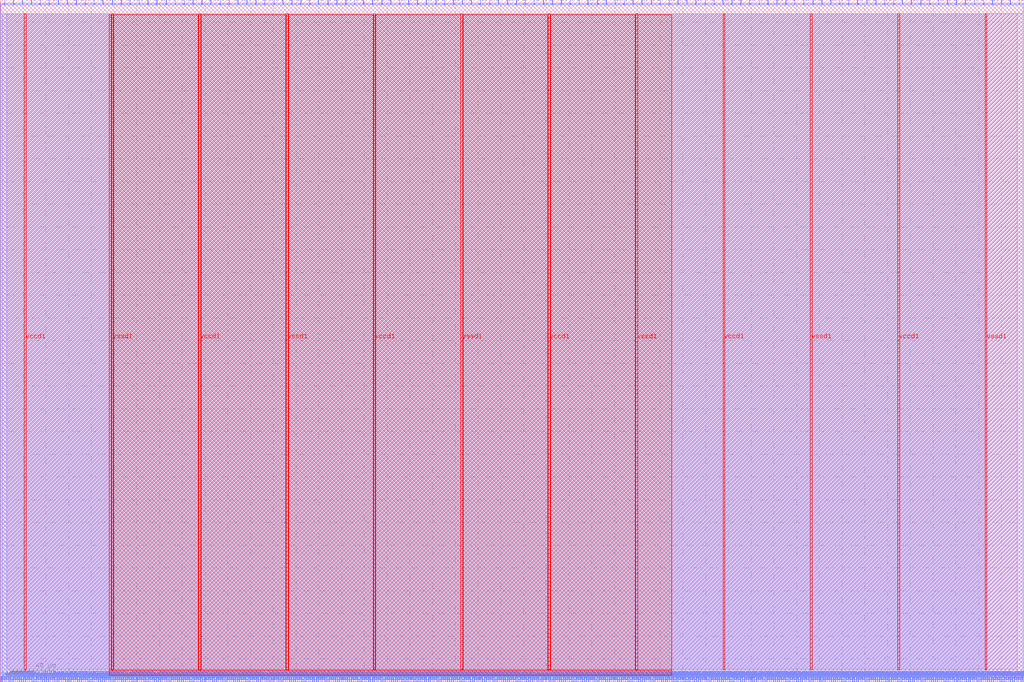
<source format=lef>
VERSION 5.7 ;
  NOWIREEXTENSIONATPIN ON ;
  DIVIDERCHAR "/" ;
  BUSBITCHARS "[]" ;
MACRO btc_miner_top
  CLASS BLOCK ;
  FOREIGN btc_miner_top ;
  ORIGIN 0.000 0.000 ;
  SIZE 900.000 BY 600.000 ;
  PIN io_in[0]
    DIRECTION INPUT ;
    USE SIGNAL ;
    PORT
      LAYER met2 ;
        RECT 3.770 596.000 4.050 600.000 ;
    END
  END io_in[0]
  PIN io_in[10]
    DIRECTION INPUT ;
    USE SIGNAL ;
    PORT
      LAYER met2 ;
        RECT 240.670 596.000 240.950 600.000 ;
    END
  END io_in[10]
  PIN io_in[11]
    DIRECTION INPUT ;
    USE SIGNAL ;
    PORT
      LAYER met2 ;
        RECT 264.130 596.000 264.410 600.000 ;
    END
  END io_in[11]
  PIN io_in[12]
    DIRECTION INPUT ;
    USE SIGNAL ;
    PORT
      LAYER met2 ;
        RECT 288.050 596.000 288.330 600.000 ;
    END
  END io_in[12]
  PIN io_in[13]
    DIRECTION INPUT ;
    USE SIGNAL ;
    PORT
      LAYER met2 ;
        RECT 311.510 596.000 311.790 600.000 ;
    END
  END io_in[13]
  PIN io_in[14]
    DIRECTION INPUT ;
    USE SIGNAL ;
    PORT
      LAYER met2 ;
        RECT 335.430 596.000 335.710 600.000 ;
    END
  END io_in[14]
  PIN io_in[15]
    DIRECTION INPUT ;
    USE SIGNAL ;
    PORT
      LAYER met2 ;
        RECT 358.890 596.000 359.170 600.000 ;
    END
  END io_in[15]
  PIN io_in[16]
    DIRECTION INPUT ;
    USE SIGNAL ;
    PORT
      LAYER met2 ;
        RECT 382.810 596.000 383.090 600.000 ;
    END
  END io_in[16]
  PIN io_in[17]
    DIRECTION INPUT ;
    USE SIGNAL ;
    PORT
      LAYER met2 ;
        RECT 406.270 596.000 406.550 600.000 ;
    END
  END io_in[17]
  PIN io_in[18]
    DIRECTION INPUT ;
    USE SIGNAL ;
    PORT
      LAYER met2 ;
        RECT 430.190 596.000 430.470 600.000 ;
    END
  END io_in[18]
  PIN io_in[19]
    DIRECTION INPUT ;
    USE SIGNAL ;
    PORT
      LAYER met2 ;
        RECT 453.650 596.000 453.930 600.000 ;
    END
  END io_in[19]
  PIN io_in[1]
    DIRECTION INPUT ;
    USE SIGNAL ;
    PORT
      LAYER met2 ;
        RECT 27.230 596.000 27.510 600.000 ;
    END
  END io_in[1]
  PIN io_in[20]
    DIRECTION INPUT ;
    USE SIGNAL ;
    PORT
      LAYER met2 ;
        RECT 477.570 596.000 477.850 600.000 ;
    END
  END io_in[20]
  PIN io_in[21]
    DIRECTION INPUT ;
    USE SIGNAL ;
    PORT
      LAYER met2 ;
        RECT 501.030 596.000 501.310 600.000 ;
    END
  END io_in[21]
  PIN io_in[22]
    DIRECTION INPUT ;
    USE SIGNAL ;
    PORT
      LAYER met2 ;
        RECT 524.950 596.000 525.230 600.000 ;
    END
  END io_in[22]
  PIN io_in[23]
    DIRECTION INPUT ;
    USE SIGNAL ;
    PORT
      LAYER met2 ;
        RECT 548.410 596.000 548.690 600.000 ;
    END
  END io_in[23]
  PIN io_in[24]
    DIRECTION INPUT ;
    USE SIGNAL ;
    PORT
      LAYER met2 ;
        RECT 572.330 596.000 572.610 600.000 ;
    END
  END io_in[24]
  PIN io_in[25]
    DIRECTION INPUT ;
    USE SIGNAL ;
    PORT
      LAYER met2 ;
        RECT 595.790 596.000 596.070 600.000 ;
    END
  END io_in[25]
  PIN io_in[26]
    DIRECTION INPUT ;
    USE SIGNAL ;
    PORT
      LAYER met2 ;
        RECT 619.710 596.000 619.990 600.000 ;
    END
  END io_in[26]
  PIN io_in[27]
    DIRECTION INPUT ;
    USE SIGNAL ;
    PORT
      LAYER met2 ;
        RECT 643.170 596.000 643.450 600.000 ;
    END
  END io_in[27]
  PIN io_in[28]
    DIRECTION INPUT ;
    USE SIGNAL ;
    PORT
      LAYER met2 ;
        RECT 667.090 596.000 667.370 600.000 ;
    END
  END io_in[28]
  PIN io_in[29]
    DIRECTION INPUT ;
    USE SIGNAL ;
    PORT
      LAYER met2 ;
        RECT 690.550 596.000 690.830 600.000 ;
    END
  END io_in[29]
  PIN io_in[2]
    DIRECTION INPUT ;
    USE SIGNAL ;
    PORT
      LAYER met2 ;
        RECT 51.150 596.000 51.430 600.000 ;
    END
  END io_in[2]
  PIN io_in[30]
    DIRECTION INPUT ;
    USE SIGNAL ;
    PORT
      LAYER met2 ;
        RECT 714.470 596.000 714.750 600.000 ;
    END
  END io_in[30]
  PIN io_in[31]
    DIRECTION INPUT ;
    USE SIGNAL ;
    PORT
      LAYER met2 ;
        RECT 737.930 596.000 738.210 600.000 ;
    END
  END io_in[31]
  PIN io_in[32]
    DIRECTION INPUT ;
    USE SIGNAL ;
    PORT
      LAYER met2 ;
        RECT 761.850 596.000 762.130 600.000 ;
    END
  END io_in[32]
  PIN io_in[33]
    DIRECTION INPUT ;
    USE SIGNAL ;
    PORT
      LAYER met2 ;
        RECT 785.310 596.000 785.590 600.000 ;
    END
  END io_in[33]
  PIN io_in[34]
    DIRECTION INPUT ;
    USE SIGNAL ;
    PORT
      LAYER met2 ;
        RECT 809.230 596.000 809.510 600.000 ;
    END
  END io_in[34]
  PIN io_in[35]
    DIRECTION INPUT ;
    USE SIGNAL ;
    PORT
      LAYER met2 ;
        RECT 832.690 596.000 832.970 600.000 ;
    END
  END io_in[35]
  PIN io_in[36]
    DIRECTION INPUT ;
    USE SIGNAL ;
    PORT
      LAYER met2 ;
        RECT 856.610 596.000 856.890 600.000 ;
    END
  END io_in[36]
  PIN io_in[37]
    DIRECTION INPUT ;
    USE SIGNAL ;
    PORT
      LAYER met2 ;
        RECT 880.070 596.000 880.350 600.000 ;
    END
  END io_in[37]
  PIN io_in[3]
    DIRECTION INPUT ;
    USE SIGNAL ;
    PORT
      LAYER met2 ;
        RECT 74.610 596.000 74.890 600.000 ;
    END
  END io_in[3]
  PIN io_in[4]
    DIRECTION INPUT ;
    USE SIGNAL ;
    PORT
      LAYER met2 ;
        RECT 98.530 596.000 98.810 600.000 ;
    END
  END io_in[4]
  PIN io_in[5]
    DIRECTION INPUT ;
    USE SIGNAL ;
    PORT
      LAYER met2 ;
        RECT 121.990 596.000 122.270 600.000 ;
    END
  END io_in[5]
  PIN io_in[6]
    DIRECTION INPUT ;
    USE SIGNAL ;
    PORT
      LAYER met2 ;
        RECT 145.910 596.000 146.190 600.000 ;
    END
  END io_in[6]
  PIN io_in[7]
    DIRECTION INPUT ;
    USE SIGNAL ;
    PORT
      LAYER met2 ;
        RECT 169.370 596.000 169.650 600.000 ;
    END
  END io_in[7]
  PIN io_in[8]
    DIRECTION INPUT ;
    USE SIGNAL ;
    PORT
      LAYER met2 ;
        RECT 193.290 596.000 193.570 600.000 ;
    END
  END io_in[8]
  PIN io_in[9]
    DIRECTION INPUT ;
    USE SIGNAL ;
    PORT
      LAYER met2 ;
        RECT 216.750 596.000 217.030 600.000 ;
    END
  END io_in[9]
  PIN io_oeb[0]
    DIRECTION OUTPUT TRISTATE ;
    USE SIGNAL ;
    PORT
      LAYER met2 ;
        RECT 11.590 596.000 11.870 600.000 ;
    END
  END io_oeb[0]
  PIN io_oeb[10]
    DIRECTION OUTPUT TRISTATE ;
    USE SIGNAL ;
    PORT
      LAYER met2 ;
        RECT 248.490 596.000 248.770 600.000 ;
    END
  END io_oeb[10]
  PIN io_oeb[11]
    DIRECTION OUTPUT TRISTATE ;
    USE SIGNAL ;
    PORT
      LAYER met2 ;
        RECT 271.950 596.000 272.230 600.000 ;
    END
  END io_oeb[11]
  PIN io_oeb[12]
    DIRECTION OUTPUT TRISTATE ;
    USE SIGNAL ;
    PORT
      LAYER met2 ;
        RECT 295.870 596.000 296.150 600.000 ;
    END
  END io_oeb[12]
  PIN io_oeb[13]
    DIRECTION OUTPUT TRISTATE ;
    USE SIGNAL ;
    PORT
      LAYER met2 ;
        RECT 319.330 596.000 319.610 600.000 ;
    END
  END io_oeb[13]
  PIN io_oeb[14]
    DIRECTION OUTPUT TRISTATE ;
    USE SIGNAL ;
    PORT
      LAYER met2 ;
        RECT 343.250 596.000 343.530 600.000 ;
    END
  END io_oeb[14]
  PIN io_oeb[15]
    DIRECTION OUTPUT TRISTATE ;
    USE SIGNAL ;
    PORT
      LAYER met2 ;
        RECT 366.710 596.000 366.990 600.000 ;
    END
  END io_oeb[15]
  PIN io_oeb[16]
    DIRECTION OUTPUT TRISTATE ;
    USE SIGNAL ;
    PORT
      LAYER met2 ;
        RECT 390.630 596.000 390.910 600.000 ;
    END
  END io_oeb[16]
  PIN io_oeb[17]
    DIRECTION OUTPUT TRISTATE ;
    USE SIGNAL ;
    PORT
      LAYER met2 ;
        RECT 414.090 596.000 414.370 600.000 ;
    END
  END io_oeb[17]
  PIN io_oeb[18]
    DIRECTION OUTPUT TRISTATE ;
    USE SIGNAL ;
    PORT
      LAYER met2 ;
        RECT 438.010 596.000 438.290 600.000 ;
    END
  END io_oeb[18]
  PIN io_oeb[19]
    DIRECTION OUTPUT TRISTATE ;
    USE SIGNAL ;
    PORT
      LAYER met2 ;
        RECT 461.470 596.000 461.750 600.000 ;
    END
  END io_oeb[19]
  PIN io_oeb[1]
    DIRECTION OUTPUT TRISTATE ;
    USE SIGNAL ;
    PORT
      LAYER met2 ;
        RECT 35.050 596.000 35.330 600.000 ;
    END
  END io_oeb[1]
  PIN io_oeb[20]
    DIRECTION OUTPUT TRISTATE ;
    USE SIGNAL ;
    PORT
      LAYER met2 ;
        RECT 485.390 596.000 485.670 600.000 ;
    END
  END io_oeb[20]
  PIN io_oeb[21]
    DIRECTION OUTPUT TRISTATE ;
    USE SIGNAL ;
    PORT
      LAYER met2 ;
        RECT 508.850 596.000 509.130 600.000 ;
    END
  END io_oeb[21]
  PIN io_oeb[22]
    DIRECTION OUTPUT TRISTATE ;
    USE SIGNAL ;
    PORT
      LAYER met2 ;
        RECT 532.770 596.000 533.050 600.000 ;
    END
  END io_oeb[22]
  PIN io_oeb[23]
    DIRECTION OUTPUT TRISTATE ;
    USE SIGNAL ;
    PORT
      LAYER met2 ;
        RECT 556.230 596.000 556.510 600.000 ;
    END
  END io_oeb[23]
  PIN io_oeb[24]
    DIRECTION OUTPUT TRISTATE ;
    USE SIGNAL ;
    PORT
      LAYER met2 ;
        RECT 580.150 596.000 580.430 600.000 ;
    END
  END io_oeb[24]
  PIN io_oeb[25]
    DIRECTION OUTPUT TRISTATE ;
    USE SIGNAL ;
    PORT
      LAYER met2 ;
        RECT 603.610 596.000 603.890 600.000 ;
    END
  END io_oeb[25]
  PIN io_oeb[26]
    DIRECTION OUTPUT TRISTATE ;
    USE SIGNAL ;
    PORT
      LAYER met2 ;
        RECT 627.530 596.000 627.810 600.000 ;
    END
  END io_oeb[26]
  PIN io_oeb[27]
    DIRECTION OUTPUT TRISTATE ;
    USE SIGNAL ;
    PORT
      LAYER met2 ;
        RECT 650.990 596.000 651.270 600.000 ;
    END
  END io_oeb[27]
  PIN io_oeb[28]
    DIRECTION OUTPUT TRISTATE ;
    USE SIGNAL ;
    PORT
      LAYER met2 ;
        RECT 674.910 596.000 675.190 600.000 ;
    END
  END io_oeb[28]
  PIN io_oeb[29]
    DIRECTION OUTPUT TRISTATE ;
    USE SIGNAL ;
    PORT
      LAYER met2 ;
        RECT 698.370 596.000 698.650 600.000 ;
    END
  END io_oeb[29]
  PIN io_oeb[2]
    DIRECTION OUTPUT TRISTATE ;
    USE SIGNAL ;
    PORT
      LAYER met2 ;
        RECT 58.970 596.000 59.250 600.000 ;
    END
  END io_oeb[2]
  PIN io_oeb[30]
    DIRECTION OUTPUT TRISTATE ;
    USE SIGNAL ;
    PORT
      LAYER met2 ;
        RECT 722.290 596.000 722.570 600.000 ;
    END
  END io_oeb[30]
  PIN io_oeb[31]
    DIRECTION OUTPUT TRISTATE ;
    USE SIGNAL ;
    PORT
      LAYER met2 ;
        RECT 745.750 596.000 746.030 600.000 ;
    END
  END io_oeb[31]
  PIN io_oeb[32]
    DIRECTION OUTPUT TRISTATE ;
    USE SIGNAL ;
    PORT
      LAYER met2 ;
        RECT 769.670 596.000 769.950 600.000 ;
    END
  END io_oeb[32]
  PIN io_oeb[33]
    DIRECTION OUTPUT TRISTATE ;
    USE SIGNAL ;
    PORT
      LAYER met2 ;
        RECT 793.130 596.000 793.410 600.000 ;
    END
  END io_oeb[33]
  PIN io_oeb[34]
    DIRECTION OUTPUT TRISTATE ;
    USE SIGNAL ;
    PORT
      LAYER met2 ;
        RECT 817.050 596.000 817.330 600.000 ;
    END
  END io_oeb[34]
  PIN io_oeb[35]
    DIRECTION OUTPUT TRISTATE ;
    USE SIGNAL ;
    PORT
      LAYER met2 ;
        RECT 840.510 596.000 840.790 600.000 ;
    END
  END io_oeb[35]
  PIN io_oeb[36]
    DIRECTION OUTPUT TRISTATE ;
    USE SIGNAL ;
    PORT
      LAYER met2 ;
        RECT 864.430 596.000 864.710 600.000 ;
    END
  END io_oeb[36]
  PIN io_oeb[37]
    DIRECTION OUTPUT TRISTATE ;
    USE SIGNAL ;
    PORT
      LAYER met2 ;
        RECT 887.890 596.000 888.170 600.000 ;
    END
  END io_oeb[37]
  PIN io_oeb[3]
    DIRECTION OUTPUT TRISTATE ;
    USE SIGNAL ;
    PORT
      LAYER met2 ;
        RECT 82.430 596.000 82.710 600.000 ;
    END
  END io_oeb[3]
  PIN io_oeb[4]
    DIRECTION OUTPUT TRISTATE ;
    USE SIGNAL ;
    PORT
      LAYER met2 ;
        RECT 106.350 596.000 106.630 600.000 ;
    END
  END io_oeb[4]
  PIN io_oeb[5]
    DIRECTION OUTPUT TRISTATE ;
    USE SIGNAL ;
    PORT
      LAYER met2 ;
        RECT 129.810 596.000 130.090 600.000 ;
    END
  END io_oeb[5]
  PIN io_oeb[6]
    DIRECTION OUTPUT TRISTATE ;
    USE SIGNAL ;
    PORT
      LAYER met2 ;
        RECT 153.730 596.000 154.010 600.000 ;
    END
  END io_oeb[6]
  PIN io_oeb[7]
    DIRECTION OUTPUT TRISTATE ;
    USE SIGNAL ;
    PORT
      LAYER met2 ;
        RECT 177.190 596.000 177.470 600.000 ;
    END
  END io_oeb[7]
  PIN io_oeb[8]
    DIRECTION OUTPUT TRISTATE ;
    USE SIGNAL ;
    PORT
      LAYER met2 ;
        RECT 201.110 596.000 201.390 600.000 ;
    END
  END io_oeb[8]
  PIN io_oeb[9]
    DIRECTION OUTPUT TRISTATE ;
    USE SIGNAL ;
    PORT
      LAYER met2 ;
        RECT 224.570 596.000 224.850 600.000 ;
    END
  END io_oeb[9]
  PIN io_out[0]
    DIRECTION OUTPUT TRISTATE ;
    USE SIGNAL ;
    PORT
      LAYER met2 ;
        RECT 19.410 596.000 19.690 600.000 ;
    END
  END io_out[0]
  PIN io_out[10]
    DIRECTION OUTPUT TRISTATE ;
    USE SIGNAL ;
    PORT
      LAYER met2 ;
        RECT 256.310 596.000 256.590 600.000 ;
    END
  END io_out[10]
  PIN io_out[11]
    DIRECTION OUTPUT TRISTATE ;
    USE SIGNAL ;
    PORT
      LAYER met2 ;
        RECT 279.770 596.000 280.050 600.000 ;
    END
  END io_out[11]
  PIN io_out[12]
    DIRECTION OUTPUT TRISTATE ;
    USE SIGNAL ;
    PORT
      LAYER met2 ;
        RECT 303.690 596.000 303.970 600.000 ;
    END
  END io_out[12]
  PIN io_out[13]
    DIRECTION OUTPUT TRISTATE ;
    USE SIGNAL ;
    PORT
      LAYER met2 ;
        RECT 327.150 596.000 327.430 600.000 ;
    END
  END io_out[13]
  PIN io_out[14]
    DIRECTION OUTPUT TRISTATE ;
    USE SIGNAL ;
    PORT
      LAYER met2 ;
        RECT 351.070 596.000 351.350 600.000 ;
    END
  END io_out[14]
  PIN io_out[15]
    DIRECTION OUTPUT TRISTATE ;
    USE SIGNAL ;
    PORT
      LAYER met2 ;
        RECT 374.530 596.000 374.810 600.000 ;
    END
  END io_out[15]
  PIN io_out[16]
    DIRECTION OUTPUT TRISTATE ;
    USE SIGNAL ;
    PORT
      LAYER met2 ;
        RECT 398.450 596.000 398.730 600.000 ;
    END
  END io_out[16]
  PIN io_out[17]
    DIRECTION OUTPUT TRISTATE ;
    USE SIGNAL ;
    PORT
      LAYER met2 ;
        RECT 421.910 596.000 422.190 600.000 ;
    END
  END io_out[17]
  PIN io_out[18]
    DIRECTION OUTPUT TRISTATE ;
    USE SIGNAL ;
    PORT
      LAYER met2 ;
        RECT 445.830 596.000 446.110 600.000 ;
    END
  END io_out[18]
  PIN io_out[19]
    DIRECTION OUTPUT TRISTATE ;
    USE SIGNAL ;
    PORT
      LAYER met2 ;
        RECT 469.290 596.000 469.570 600.000 ;
    END
  END io_out[19]
  PIN io_out[1]
    DIRECTION OUTPUT TRISTATE ;
    USE SIGNAL ;
    PORT
      LAYER met2 ;
        RECT 42.870 596.000 43.150 600.000 ;
    END
  END io_out[1]
  PIN io_out[20]
    DIRECTION OUTPUT TRISTATE ;
    USE SIGNAL ;
    PORT
      LAYER met2 ;
        RECT 493.210 596.000 493.490 600.000 ;
    END
  END io_out[20]
  PIN io_out[21]
    DIRECTION OUTPUT TRISTATE ;
    USE SIGNAL ;
    PORT
      LAYER met2 ;
        RECT 516.670 596.000 516.950 600.000 ;
    END
  END io_out[21]
  PIN io_out[22]
    DIRECTION OUTPUT TRISTATE ;
    USE SIGNAL ;
    PORT
      LAYER met2 ;
        RECT 540.590 596.000 540.870 600.000 ;
    END
  END io_out[22]
  PIN io_out[23]
    DIRECTION OUTPUT TRISTATE ;
    USE SIGNAL ;
    PORT
      LAYER met2 ;
        RECT 564.050 596.000 564.330 600.000 ;
    END
  END io_out[23]
  PIN io_out[24]
    DIRECTION OUTPUT TRISTATE ;
    USE SIGNAL ;
    PORT
      LAYER met2 ;
        RECT 587.970 596.000 588.250 600.000 ;
    END
  END io_out[24]
  PIN io_out[25]
    DIRECTION OUTPUT TRISTATE ;
    USE SIGNAL ;
    PORT
      LAYER met2 ;
        RECT 611.430 596.000 611.710 600.000 ;
    END
  END io_out[25]
  PIN io_out[26]
    DIRECTION OUTPUT TRISTATE ;
    USE SIGNAL ;
    PORT
      LAYER met2 ;
        RECT 635.350 596.000 635.630 600.000 ;
    END
  END io_out[26]
  PIN io_out[27]
    DIRECTION OUTPUT TRISTATE ;
    USE SIGNAL ;
    PORT
      LAYER met2 ;
        RECT 658.810 596.000 659.090 600.000 ;
    END
  END io_out[27]
  PIN io_out[28]
    DIRECTION OUTPUT TRISTATE ;
    USE SIGNAL ;
    PORT
      LAYER met2 ;
        RECT 682.730 596.000 683.010 600.000 ;
    END
  END io_out[28]
  PIN io_out[29]
    DIRECTION OUTPUT TRISTATE ;
    USE SIGNAL ;
    PORT
      LAYER met2 ;
        RECT 706.190 596.000 706.470 600.000 ;
    END
  END io_out[29]
  PIN io_out[2]
    DIRECTION OUTPUT TRISTATE ;
    USE SIGNAL ;
    PORT
      LAYER met2 ;
        RECT 66.790 596.000 67.070 600.000 ;
    END
  END io_out[2]
  PIN io_out[30]
    DIRECTION OUTPUT TRISTATE ;
    USE SIGNAL ;
    PORT
      LAYER met2 ;
        RECT 730.110 596.000 730.390 600.000 ;
    END
  END io_out[30]
  PIN io_out[31]
    DIRECTION OUTPUT TRISTATE ;
    USE SIGNAL ;
    PORT
      LAYER met2 ;
        RECT 753.570 596.000 753.850 600.000 ;
    END
  END io_out[31]
  PIN io_out[32]
    DIRECTION OUTPUT TRISTATE ;
    USE SIGNAL ;
    PORT
      LAYER met2 ;
        RECT 777.490 596.000 777.770 600.000 ;
    END
  END io_out[32]
  PIN io_out[33]
    DIRECTION OUTPUT TRISTATE ;
    USE SIGNAL ;
    PORT
      LAYER met2 ;
        RECT 800.950 596.000 801.230 600.000 ;
    END
  END io_out[33]
  PIN io_out[34]
    DIRECTION OUTPUT TRISTATE ;
    USE SIGNAL ;
    PORT
      LAYER met2 ;
        RECT 824.870 596.000 825.150 600.000 ;
    END
  END io_out[34]
  PIN io_out[35]
    DIRECTION OUTPUT TRISTATE ;
    USE SIGNAL ;
    PORT
      LAYER met2 ;
        RECT 848.330 596.000 848.610 600.000 ;
    END
  END io_out[35]
  PIN io_out[36]
    DIRECTION OUTPUT TRISTATE ;
    USE SIGNAL ;
    PORT
      LAYER met2 ;
        RECT 872.250 596.000 872.530 600.000 ;
    END
  END io_out[36]
  PIN io_out[37]
    DIRECTION OUTPUT TRISTATE ;
    USE SIGNAL ;
    PORT
      LAYER met2 ;
        RECT 895.710 596.000 895.990 600.000 ;
    END
  END io_out[37]
  PIN io_out[3]
    DIRECTION OUTPUT TRISTATE ;
    USE SIGNAL ;
    PORT
      LAYER met2 ;
        RECT 90.250 596.000 90.530 600.000 ;
    END
  END io_out[3]
  PIN io_out[4]
    DIRECTION OUTPUT TRISTATE ;
    USE SIGNAL ;
    PORT
      LAYER met2 ;
        RECT 114.170 596.000 114.450 600.000 ;
    END
  END io_out[4]
  PIN io_out[5]
    DIRECTION OUTPUT TRISTATE ;
    USE SIGNAL ;
    PORT
      LAYER met2 ;
        RECT 137.630 596.000 137.910 600.000 ;
    END
  END io_out[5]
  PIN io_out[6]
    DIRECTION OUTPUT TRISTATE ;
    USE SIGNAL ;
    PORT
      LAYER met2 ;
        RECT 161.550 596.000 161.830 600.000 ;
    END
  END io_out[6]
  PIN io_out[7]
    DIRECTION OUTPUT TRISTATE ;
    USE SIGNAL ;
    PORT
      LAYER met2 ;
        RECT 185.010 596.000 185.290 600.000 ;
    END
  END io_out[7]
  PIN io_out[8]
    DIRECTION OUTPUT TRISTATE ;
    USE SIGNAL ;
    PORT
      LAYER met2 ;
        RECT 208.930 596.000 209.210 600.000 ;
    END
  END io_out[8]
  PIN io_out[9]
    DIRECTION OUTPUT TRISTATE ;
    USE SIGNAL ;
    PORT
      LAYER met2 ;
        RECT 232.390 596.000 232.670 600.000 ;
    END
  END io_out[9]
  PIN irq[0]
    DIRECTION OUTPUT TRISTATE ;
    USE SIGNAL ;
    PORT
      LAYER met2 ;
        RECT 895.250 0.000 895.530 4.000 ;
    END
  END irq[0]
  PIN irq[1]
    DIRECTION OUTPUT TRISTATE ;
    USE SIGNAL ;
    PORT
      LAYER met2 ;
        RECT 897.090 0.000 897.370 4.000 ;
    END
  END irq[1]
  PIN irq[2]
    DIRECTION OUTPUT TRISTATE ;
    USE SIGNAL ;
    PORT
      LAYER met2 ;
        RECT 898.930 0.000 899.210 4.000 ;
    END
  END irq[2]
  PIN la_data_in[0]
    DIRECTION INPUT ;
    USE SIGNAL ;
    PORT
      LAYER met2 ;
        RECT 193.750 0.000 194.030 4.000 ;
    END
  END la_data_in[0]
  PIN la_data_in[100]
    DIRECTION INPUT ;
    USE SIGNAL ;
    PORT
      LAYER met2 ;
        RECT 741.610 0.000 741.890 4.000 ;
    END
  END la_data_in[100]
  PIN la_data_in[101]
    DIRECTION INPUT ;
    USE SIGNAL ;
    PORT
      LAYER met2 ;
        RECT 747.130 0.000 747.410 4.000 ;
    END
  END la_data_in[101]
  PIN la_data_in[102]
    DIRECTION INPUT ;
    USE SIGNAL ;
    PORT
      LAYER met2 ;
        RECT 752.650 0.000 752.930 4.000 ;
    END
  END la_data_in[102]
  PIN la_data_in[103]
    DIRECTION INPUT ;
    USE SIGNAL ;
    PORT
      LAYER met2 ;
        RECT 758.170 0.000 758.450 4.000 ;
    END
  END la_data_in[103]
  PIN la_data_in[104]
    DIRECTION INPUT ;
    USE SIGNAL ;
    PORT
      LAYER met2 ;
        RECT 763.690 0.000 763.970 4.000 ;
    END
  END la_data_in[104]
  PIN la_data_in[105]
    DIRECTION INPUT ;
    USE SIGNAL ;
    PORT
      LAYER met2 ;
        RECT 769.210 0.000 769.490 4.000 ;
    END
  END la_data_in[105]
  PIN la_data_in[106]
    DIRECTION INPUT ;
    USE SIGNAL ;
    PORT
      LAYER met2 ;
        RECT 774.730 0.000 775.010 4.000 ;
    END
  END la_data_in[106]
  PIN la_data_in[107]
    DIRECTION INPUT ;
    USE SIGNAL ;
    PORT
      LAYER met2 ;
        RECT 780.250 0.000 780.530 4.000 ;
    END
  END la_data_in[107]
  PIN la_data_in[108]
    DIRECTION INPUT ;
    USE SIGNAL ;
    PORT
      LAYER met2 ;
        RECT 785.310 0.000 785.590 4.000 ;
    END
  END la_data_in[108]
  PIN la_data_in[109]
    DIRECTION INPUT ;
    USE SIGNAL ;
    PORT
      LAYER met2 ;
        RECT 790.830 0.000 791.110 4.000 ;
    END
  END la_data_in[109]
  PIN la_data_in[10]
    DIRECTION INPUT ;
    USE SIGNAL ;
    PORT
      LAYER met2 ;
        RECT 248.490 0.000 248.770 4.000 ;
    END
  END la_data_in[10]
  PIN la_data_in[110]
    DIRECTION INPUT ;
    USE SIGNAL ;
    PORT
      LAYER met2 ;
        RECT 796.350 0.000 796.630 4.000 ;
    END
  END la_data_in[110]
  PIN la_data_in[111]
    DIRECTION INPUT ;
    USE SIGNAL ;
    PORT
      LAYER met2 ;
        RECT 801.870 0.000 802.150 4.000 ;
    END
  END la_data_in[111]
  PIN la_data_in[112]
    DIRECTION INPUT ;
    USE SIGNAL ;
    PORT
      LAYER met2 ;
        RECT 807.390 0.000 807.670 4.000 ;
    END
  END la_data_in[112]
  PIN la_data_in[113]
    DIRECTION INPUT ;
    USE SIGNAL ;
    PORT
      LAYER met2 ;
        RECT 812.910 0.000 813.190 4.000 ;
    END
  END la_data_in[113]
  PIN la_data_in[114]
    DIRECTION INPUT ;
    USE SIGNAL ;
    PORT
      LAYER met2 ;
        RECT 818.430 0.000 818.710 4.000 ;
    END
  END la_data_in[114]
  PIN la_data_in[115]
    DIRECTION INPUT ;
    USE SIGNAL ;
    PORT
      LAYER met2 ;
        RECT 823.950 0.000 824.230 4.000 ;
    END
  END la_data_in[115]
  PIN la_data_in[116]
    DIRECTION INPUT ;
    USE SIGNAL ;
    PORT
      LAYER met2 ;
        RECT 829.470 0.000 829.750 4.000 ;
    END
  END la_data_in[116]
  PIN la_data_in[117]
    DIRECTION INPUT ;
    USE SIGNAL ;
    PORT
      LAYER met2 ;
        RECT 834.990 0.000 835.270 4.000 ;
    END
  END la_data_in[117]
  PIN la_data_in[118]
    DIRECTION INPUT ;
    USE SIGNAL ;
    PORT
      LAYER met2 ;
        RECT 840.510 0.000 840.790 4.000 ;
    END
  END la_data_in[118]
  PIN la_data_in[119]
    DIRECTION INPUT ;
    USE SIGNAL ;
    PORT
      LAYER met2 ;
        RECT 845.570 0.000 845.850 4.000 ;
    END
  END la_data_in[119]
  PIN la_data_in[11]
    DIRECTION INPUT ;
    USE SIGNAL ;
    PORT
      LAYER met2 ;
        RECT 254.010 0.000 254.290 4.000 ;
    END
  END la_data_in[11]
  PIN la_data_in[120]
    DIRECTION INPUT ;
    USE SIGNAL ;
    PORT
      LAYER met2 ;
        RECT 851.090 0.000 851.370 4.000 ;
    END
  END la_data_in[120]
  PIN la_data_in[121]
    DIRECTION INPUT ;
    USE SIGNAL ;
    PORT
      LAYER met2 ;
        RECT 856.610 0.000 856.890 4.000 ;
    END
  END la_data_in[121]
  PIN la_data_in[122]
    DIRECTION INPUT ;
    USE SIGNAL ;
    PORT
      LAYER met2 ;
        RECT 862.130 0.000 862.410 4.000 ;
    END
  END la_data_in[122]
  PIN la_data_in[123]
    DIRECTION INPUT ;
    USE SIGNAL ;
    PORT
      LAYER met2 ;
        RECT 867.650 0.000 867.930 4.000 ;
    END
  END la_data_in[123]
  PIN la_data_in[124]
    DIRECTION INPUT ;
    USE SIGNAL ;
    PORT
      LAYER met2 ;
        RECT 873.170 0.000 873.450 4.000 ;
    END
  END la_data_in[124]
  PIN la_data_in[125]
    DIRECTION INPUT ;
    USE SIGNAL ;
    PORT
      LAYER met2 ;
        RECT 878.690 0.000 878.970 4.000 ;
    END
  END la_data_in[125]
  PIN la_data_in[126]
    DIRECTION INPUT ;
    USE SIGNAL ;
    PORT
      LAYER met2 ;
        RECT 884.210 0.000 884.490 4.000 ;
    END
  END la_data_in[126]
  PIN la_data_in[127]
    DIRECTION INPUT ;
    USE SIGNAL ;
    PORT
      LAYER met2 ;
        RECT 889.730 0.000 890.010 4.000 ;
    END
  END la_data_in[127]
  PIN la_data_in[12]
    DIRECTION INPUT ;
    USE SIGNAL ;
    PORT
      LAYER met2 ;
        RECT 259.530 0.000 259.810 4.000 ;
    END
  END la_data_in[12]
  PIN la_data_in[13]
    DIRECTION INPUT ;
    USE SIGNAL ;
    PORT
      LAYER met2 ;
        RECT 265.050 0.000 265.330 4.000 ;
    END
  END la_data_in[13]
  PIN la_data_in[14]
    DIRECTION INPUT ;
    USE SIGNAL ;
    PORT
      LAYER met2 ;
        RECT 270.570 0.000 270.850 4.000 ;
    END
  END la_data_in[14]
  PIN la_data_in[15]
    DIRECTION INPUT ;
    USE SIGNAL ;
    PORT
      LAYER met2 ;
        RECT 276.090 0.000 276.370 4.000 ;
    END
  END la_data_in[15]
  PIN la_data_in[16]
    DIRECTION INPUT ;
    USE SIGNAL ;
    PORT
      LAYER met2 ;
        RECT 281.610 0.000 281.890 4.000 ;
    END
  END la_data_in[16]
  PIN la_data_in[17]
    DIRECTION INPUT ;
    USE SIGNAL ;
    PORT
      LAYER met2 ;
        RECT 287.130 0.000 287.410 4.000 ;
    END
  END la_data_in[17]
  PIN la_data_in[18]
    DIRECTION INPUT ;
    USE SIGNAL ;
    PORT
      LAYER met2 ;
        RECT 292.650 0.000 292.930 4.000 ;
    END
  END la_data_in[18]
  PIN la_data_in[19]
    DIRECTION INPUT ;
    USE SIGNAL ;
    PORT
      LAYER met2 ;
        RECT 298.170 0.000 298.450 4.000 ;
    END
  END la_data_in[19]
  PIN la_data_in[1]
    DIRECTION INPUT ;
    USE SIGNAL ;
    PORT
      LAYER met2 ;
        RECT 199.270 0.000 199.550 4.000 ;
    END
  END la_data_in[1]
  PIN la_data_in[20]
    DIRECTION INPUT ;
    USE SIGNAL ;
    PORT
      LAYER met2 ;
        RECT 303.230 0.000 303.510 4.000 ;
    END
  END la_data_in[20]
  PIN la_data_in[21]
    DIRECTION INPUT ;
    USE SIGNAL ;
    PORT
      LAYER met2 ;
        RECT 308.750 0.000 309.030 4.000 ;
    END
  END la_data_in[21]
  PIN la_data_in[22]
    DIRECTION INPUT ;
    USE SIGNAL ;
    PORT
      LAYER met2 ;
        RECT 314.270 0.000 314.550 4.000 ;
    END
  END la_data_in[22]
  PIN la_data_in[23]
    DIRECTION INPUT ;
    USE SIGNAL ;
    PORT
      LAYER met2 ;
        RECT 319.790 0.000 320.070 4.000 ;
    END
  END la_data_in[23]
  PIN la_data_in[24]
    DIRECTION INPUT ;
    USE SIGNAL ;
    PORT
      LAYER met2 ;
        RECT 325.310 0.000 325.590 4.000 ;
    END
  END la_data_in[24]
  PIN la_data_in[25]
    DIRECTION INPUT ;
    USE SIGNAL ;
    PORT
      LAYER met2 ;
        RECT 330.830 0.000 331.110 4.000 ;
    END
  END la_data_in[25]
  PIN la_data_in[26]
    DIRECTION INPUT ;
    USE SIGNAL ;
    PORT
      LAYER met2 ;
        RECT 336.350 0.000 336.630 4.000 ;
    END
  END la_data_in[26]
  PIN la_data_in[27]
    DIRECTION INPUT ;
    USE SIGNAL ;
    PORT
      LAYER met2 ;
        RECT 341.870 0.000 342.150 4.000 ;
    END
  END la_data_in[27]
  PIN la_data_in[28]
    DIRECTION INPUT ;
    USE SIGNAL ;
    PORT
      LAYER met2 ;
        RECT 347.390 0.000 347.670 4.000 ;
    END
  END la_data_in[28]
  PIN la_data_in[29]
    DIRECTION INPUT ;
    USE SIGNAL ;
    PORT
      LAYER met2 ;
        RECT 352.910 0.000 353.190 4.000 ;
    END
  END la_data_in[29]
  PIN la_data_in[2]
    DIRECTION INPUT ;
    USE SIGNAL ;
    PORT
      LAYER met2 ;
        RECT 204.790 0.000 205.070 4.000 ;
    END
  END la_data_in[2]
  PIN la_data_in[30]
    DIRECTION INPUT ;
    USE SIGNAL ;
    PORT
      LAYER met2 ;
        RECT 358.430 0.000 358.710 4.000 ;
    END
  END la_data_in[30]
  PIN la_data_in[31]
    DIRECTION INPUT ;
    USE SIGNAL ;
    PORT
      LAYER met2 ;
        RECT 363.490 0.000 363.770 4.000 ;
    END
  END la_data_in[31]
  PIN la_data_in[32]
    DIRECTION INPUT ;
    USE SIGNAL ;
    PORT
      LAYER met2 ;
        RECT 369.010 0.000 369.290 4.000 ;
    END
  END la_data_in[32]
  PIN la_data_in[33]
    DIRECTION INPUT ;
    USE SIGNAL ;
    PORT
      LAYER met2 ;
        RECT 374.530 0.000 374.810 4.000 ;
    END
  END la_data_in[33]
  PIN la_data_in[34]
    DIRECTION INPUT ;
    USE SIGNAL ;
    PORT
      LAYER met2 ;
        RECT 380.050 0.000 380.330 4.000 ;
    END
  END la_data_in[34]
  PIN la_data_in[35]
    DIRECTION INPUT ;
    USE SIGNAL ;
    PORT
      LAYER met2 ;
        RECT 385.570 0.000 385.850 4.000 ;
    END
  END la_data_in[35]
  PIN la_data_in[36]
    DIRECTION INPUT ;
    USE SIGNAL ;
    PORT
      LAYER met2 ;
        RECT 391.090 0.000 391.370 4.000 ;
    END
  END la_data_in[36]
  PIN la_data_in[37]
    DIRECTION INPUT ;
    USE SIGNAL ;
    PORT
      LAYER met2 ;
        RECT 396.610 0.000 396.890 4.000 ;
    END
  END la_data_in[37]
  PIN la_data_in[38]
    DIRECTION INPUT ;
    USE SIGNAL ;
    PORT
      LAYER met2 ;
        RECT 402.130 0.000 402.410 4.000 ;
    END
  END la_data_in[38]
  PIN la_data_in[39]
    DIRECTION INPUT ;
    USE SIGNAL ;
    PORT
      LAYER met2 ;
        RECT 407.650 0.000 407.930 4.000 ;
    END
  END la_data_in[39]
  PIN la_data_in[3]
    DIRECTION INPUT ;
    USE SIGNAL ;
    PORT
      LAYER met2 ;
        RECT 210.310 0.000 210.590 4.000 ;
    END
  END la_data_in[3]
  PIN la_data_in[40]
    DIRECTION INPUT ;
    USE SIGNAL ;
    PORT
      LAYER met2 ;
        RECT 413.170 0.000 413.450 4.000 ;
    END
  END la_data_in[40]
  PIN la_data_in[41]
    DIRECTION INPUT ;
    USE SIGNAL ;
    PORT
      LAYER met2 ;
        RECT 418.690 0.000 418.970 4.000 ;
    END
  END la_data_in[41]
  PIN la_data_in[42]
    DIRECTION INPUT ;
    USE SIGNAL ;
    PORT
      LAYER met2 ;
        RECT 423.750 0.000 424.030 4.000 ;
    END
  END la_data_in[42]
  PIN la_data_in[43]
    DIRECTION INPUT ;
    USE SIGNAL ;
    PORT
      LAYER met2 ;
        RECT 429.270 0.000 429.550 4.000 ;
    END
  END la_data_in[43]
  PIN la_data_in[44]
    DIRECTION INPUT ;
    USE SIGNAL ;
    PORT
      LAYER met2 ;
        RECT 434.790 0.000 435.070 4.000 ;
    END
  END la_data_in[44]
  PIN la_data_in[45]
    DIRECTION INPUT ;
    USE SIGNAL ;
    PORT
      LAYER met2 ;
        RECT 440.310 0.000 440.590 4.000 ;
    END
  END la_data_in[45]
  PIN la_data_in[46]
    DIRECTION INPUT ;
    USE SIGNAL ;
    PORT
      LAYER met2 ;
        RECT 445.830 0.000 446.110 4.000 ;
    END
  END la_data_in[46]
  PIN la_data_in[47]
    DIRECTION INPUT ;
    USE SIGNAL ;
    PORT
      LAYER met2 ;
        RECT 451.350 0.000 451.630 4.000 ;
    END
  END la_data_in[47]
  PIN la_data_in[48]
    DIRECTION INPUT ;
    USE SIGNAL ;
    PORT
      LAYER met2 ;
        RECT 456.870 0.000 457.150 4.000 ;
    END
  END la_data_in[48]
  PIN la_data_in[49]
    DIRECTION INPUT ;
    USE SIGNAL ;
    PORT
      LAYER met2 ;
        RECT 462.390 0.000 462.670 4.000 ;
    END
  END la_data_in[49]
  PIN la_data_in[4]
    DIRECTION INPUT ;
    USE SIGNAL ;
    PORT
      LAYER met2 ;
        RECT 215.830 0.000 216.110 4.000 ;
    END
  END la_data_in[4]
  PIN la_data_in[50]
    DIRECTION INPUT ;
    USE SIGNAL ;
    PORT
      LAYER met2 ;
        RECT 467.910 0.000 468.190 4.000 ;
    END
  END la_data_in[50]
  PIN la_data_in[51]
    DIRECTION INPUT ;
    USE SIGNAL ;
    PORT
      LAYER met2 ;
        RECT 473.430 0.000 473.710 4.000 ;
    END
  END la_data_in[51]
  PIN la_data_in[52]
    DIRECTION INPUT ;
    USE SIGNAL ;
    PORT
      LAYER met2 ;
        RECT 478.950 0.000 479.230 4.000 ;
    END
  END la_data_in[52]
  PIN la_data_in[53]
    DIRECTION INPUT ;
    USE SIGNAL ;
    PORT
      LAYER met2 ;
        RECT 484.010 0.000 484.290 4.000 ;
    END
  END la_data_in[53]
  PIN la_data_in[54]
    DIRECTION INPUT ;
    USE SIGNAL ;
    PORT
      LAYER met2 ;
        RECT 489.530 0.000 489.810 4.000 ;
    END
  END la_data_in[54]
  PIN la_data_in[55]
    DIRECTION INPUT ;
    USE SIGNAL ;
    PORT
      LAYER met2 ;
        RECT 495.050 0.000 495.330 4.000 ;
    END
  END la_data_in[55]
  PIN la_data_in[56]
    DIRECTION INPUT ;
    USE SIGNAL ;
    PORT
      LAYER met2 ;
        RECT 500.570 0.000 500.850 4.000 ;
    END
  END la_data_in[56]
  PIN la_data_in[57]
    DIRECTION INPUT ;
    USE SIGNAL ;
    PORT
      LAYER met2 ;
        RECT 506.090 0.000 506.370 4.000 ;
    END
  END la_data_in[57]
  PIN la_data_in[58]
    DIRECTION INPUT ;
    USE SIGNAL ;
    PORT
      LAYER met2 ;
        RECT 511.610 0.000 511.890 4.000 ;
    END
  END la_data_in[58]
  PIN la_data_in[59]
    DIRECTION INPUT ;
    USE SIGNAL ;
    PORT
      LAYER met2 ;
        RECT 517.130 0.000 517.410 4.000 ;
    END
  END la_data_in[59]
  PIN la_data_in[5]
    DIRECTION INPUT ;
    USE SIGNAL ;
    PORT
      LAYER met2 ;
        RECT 221.350 0.000 221.630 4.000 ;
    END
  END la_data_in[5]
  PIN la_data_in[60]
    DIRECTION INPUT ;
    USE SIGNAL ;
    PORT
      LAYER met2 ;
        RECT 522.650 0.000 522.930 4.000 ;
    END
  END la_data_in[60]
  PIN la_data_in[61]
    DIRECTION INPUT ;
    USE SIGNAL ;
    PORT
      LAYER met2 ;
        RECT 528.170 0.000 528.450 4.000 ;
    END
  END la_data_in[61]
  PIN la_data_in[62]
    DIRECTION INPUT ;
    USE SIGNAL ;
    PORT
      LAYER met2 ;
        RECT 533.690 0.000 533.970 4.000 ;
    END
  END la_data_in[62]
  PIN la_data_in[63]
    DIRECTION INPUT ;
    USE SIGNAL ;
    PORT
      LAYER met2 ;
        RECT 539.210 0.000 539.490 4.000 ;
    END
  END la_data_in[63]
  PIN la_data_in[64]
    DIRECTION INPUT ;
    USE SIGNAL ;
    PORT
      LAYER met2 ;
        RECT 544.270 0.000 544.550 4.000 ;
    END
  END la_data_in[64]
  PIN la_data_in[65]
    DIRECTION INPUT ;
    USE SIGNAL ;
    PORT
      LAYER met2 ;
        RECT 549.790 0.000 550.070 4.000 ;
    END
  END la_data_in[65]
  PIN la_data_in[66]
    DIRECTION INPUT ;
    USE SIGNAL ;
    PORT
      LAYER met2 ;
        RECT 555.310 0.000 555.590 4.000 ;
    END
  END la_data_in[66]
  PIN la_data_in[67]
    DIRECTION INPUT ;
    USE SIGNAL ;
    PORT
      LAYER met2 ;
        RECT 560.830 0.000 561.110 4.000 ;
    END
  END la_data_in[67]
  PIN la_data_in[68]
    DIRECTION INPUT ;
    USE SIGNAL ;
    PORT
      LAYER met2 ;
        RECT 566.350 0.000 566.630 4.000 ;
    END
  END la_data_in[68]
  PIN la_data_in[69]
    DIRECTION INPUT ;
    USE SIGNAL ;
    PORT
      LAYER met2 ;
        RECT 571.870 0.000 572.150 4.000 ;
    END
  END la_data_in[69]
  PIN la_data_in[6]
    DIRECTION INPUT ;
    USE SIGNAL ;
    PORT
      LAYER met2 ;
        RECT 226.870 0.000 227.150 4.000 ;
    END
  END la_data_in[6]
  PIN la_data_in[70]
    DIRECTION INPUT ;
    USE SIGNAL ;
    PORT
      LAYER met2 ;
        RECT 577.390 0.000 577.670 4.000 ;
    END
  END la_data_in[70]
  PIN la_data_in[71]
    DIRECTION INPUT ;
    USE SIGNAL ;
    PORT
      LAYER met2 ;
        RECT 582.910 0.000 583.190 4.000 ;
    END
  END la_data_in[71]
  PIN la_data_in[72]
    DIRECTION INPUT ;
    USE SIGNAL ;
    PORT
      LAYER met2 ;
        RECT 588.430 0.000 588.710 4.000 ;
    END
  END la_data_in[72]
  PIN la_data_in[73]
    DIRECTION INPUT ;
    USE SIGNAL ;
    PORT
      LAYER met2 ;
        RECT 593.950 0.000 594.230 4.000 ;
    END
  END la_data_in[73]
  PIN la_data_in[74]
    DIRECTION INPUT ;
    USE SIGNAL ;
    PORT
      LAYER met2 ;
        RECT 599.470 0.000 599.750 4.000 ;
    END
  END la_data_in[74]
  PIN la_data_in[75]
    DIRECTION INPUT ;
    USE SIGNAL ;
    PORT
      LAYER met2 ;
        RECT 604.530 0.000 604.810 4.000 ;
    END
  END la_data_in[75]
  PIN la_data_in[76]
    DIRECTION INPUT ;
    USE SIGNAL ;
    PORT
      LAYER met2 ;
        RECT 610.050 0.000 610.330 4.000 ;
    END
  END la_data_in[76]
  PIN la_data_in[77]
    DIRECTION INPUT ;
    USE SIGNAL ;
    PORT
      LAYER met2 ;
        RECT 615.570 0.000 615.850 4.000 ;
    END
  END la_data_in[77]
  PIN la_data_in[78]
    DIRECTION INPUT ;
    USE SIGNAL ;
    PORT
      LAYER met2 ;
        RECT 621.090 0.000 621.370 4.000 ;
    END
  END la_data_in[78]
  PIN la_data_in[79]
    DIRECTION INPUT ;
    USE SIGNAL ;
    PORT
      LAYER met2 ;
        RECT 626.610 0.000 626.890 4.000 ;
    END
  END la_data_in[79]
  PIN la_data_in[7]
    DIRECTION INPUT ;
    USE SIGNAL ;
    PORT
      LAYER met2 ;
        RECT 232.390 0.000 232.670 4.000 ;
    END
  END la_data_in[7]
  PIN la_data_in[80]
    DIRECTION INPUT ;
    USE SIGNAL ;
    PORT
      LAYER met2 ;
        RECT 632.130 0.000 632.410 4.000 ;
    END
  END la_data_in[80]
  PIN la_data_in[81]
    DIRECTION INPUT ;
    USE SIGNAL ;
    PORT
      LAYER met2 ;
        RECT 637.650 0.000 637.930 4.000 ;
    END
  END la_data_in[81]
  PIN la_data_in[82]
    DIRECTION INPUT ;
    USE SIGNAL ;
    PORT
      LAYER met2 ;
        RECT 643.170 0.000 643.450 4.000 ;
    END
  END la_data_in[82]
  PIN la_data_in[83]
    DIRECTION INPUT ;
    USE SIGNAL ;
    PORT
      LAYER met2 ;
        RECT 648.690 0.000 648.970 4.000 ;
    END
  END la_data_in[83]
  PIN la_data_in[84]
    DIRECTION INPUT ;
    USE SIGNAL ;
    PORT
      LAYER met2 ;
        RECT 654.210 0.000 654.490 4.000 ;
    END
  END la_data_in[84]
  PIN la_data_in[85]
    DIRECTION INPUT ;
    USE SIGNAL ;
    PORT
      LAYER met2 ;
        RECT 659.730 0.000 660.010 4.000 ;
    END
  END la_data_in[85]
  PIN la_data_in[86]
    DIRECTION INPUT ;
    USE SIGNAL ;
    PORT
      LAYER met2 ;
        RECT 664.790 0.000 665.070 4.000 ;
    END
  END la_data_in[86]
  PIN la_data_in[87]
    DIRECTION INPUT ;
    USE SIGNAL ;
    PORT
      LAYER met2 ;
        RECT 670.310 0.000 670.590 4.000 ;
    END
  END la_data_in[87]
  PIN la_data_in[88]
    DIRECTION INPUT ;
    USE SIGNAL ;
    PORT
      LAYER met2 ;
        RECT 675.830 0.000 676.110 4.000 ;
    END
  END la_data_in[88]
  PIN la_data_in[89]
    DIRECTION INPUT ;
    USE SIGNAL ;
    PORT
      LAYER met2 ;
        RECT 681.350 0.000 681.630 4.000 ;
    END
  END la_data_in[89]
  PIN la_data_in[8]
    DIRECTION INPUT ;
    USE SIGNAL ;
    PORT
      LAYER met2 ;
        RECT 237.910 0.000 238.190 4.000 ;
    END
  END la_data_in[8]
  PIN la_data_in[90]
    DIRECTION INPUT ;
    USE SIGNAL ;
    PORT
      LAYER met2 ;
        RECT 686.870 0.000 687.150 4.000 ;
    END
  END la_data_in[90]
  PIN la_data_in[91]
    DIRECTION INPUT ;
    USE SIGNAL ;
    PORT
      LAYER met2 ;
        RECT 692.390 0.000 692.670 4.000 ;
    END
  END la_data_in[91]
  PIN la_data_in[92]
    DIRECTION INPUT ;
    USE SIGNAL ;
    PORT
      LAYER met2 ;
        RECT 697.910 0.000 698.190 4.000 ;
    END
  END la_data_in[92]
  PIN la_data_in[93]
    DIRECTION INPUT ;
    USE SIGNAL ;
    PORT
      LAYER met2 ;
        RECT 703.430 0.000 703.710 4.000 ;
    END
  END la_data_in[93]
  PIN la_data_in[94]
    DIRECTION INPUT ;
    USE SIGNAL ;
    PORT
      LAYER met2 ;
        RECT 708.950 0.000 709.230 4.000 ;
    END
  END la_data_in[94]
  PIN la_data_in[95]
    DIRECTION INPUT ;
    USE SIGNAL ;
    PORT
      LAYER met2 ;
        RECT 714.470 0.000 714.750 4.000 ;
    END
  END la_data_in[95]
  PIN la_data_in[96]
    DIRECTION INPUT ;
    USE SIGNAL ;
    PORT
      LAYER met2 ;
        RECT 719.990 0.000 720.270 4.000 ;
    END
  END la_data_in[96]
  PIN la_data_in[97]
    DIRECTION INPUT ;
    USE SIGNAL ;
    PORT
      LAYER met2 ;
        RECT 725.050 0.000 725.330 4.000 ;
    END
  END la_data_in[97]
  PIN la_data_in[98]
    DIRECTION INPUT ;
    USE SIGNAL ;
    PORT
      LAYER met2 ;
        RECT 730.570 0.000 730.850 4.000 ;
    END
  END la_data_in[98]
  PIN la_data_in[99]
    DIRECTION INPUT ;
    USE SIGNAL ;
    PORT
      LAYER met2 ;
        RECT 736.090 0.000 736.370 4.000 ;
    END
  END la_data_in[99]
  PIN la_data_in[9]
    DIRECTION INPUT ;
    USE SIGNAL ;
    PORT
      LAYER met2 ;
        RECT 242.970 0.000 243.250 4.000 ;
    END
  END la_data_in[9]
  PIN la_data_out[0]
    DIRECTION OUTPUT TRISTATE ;
    USE SIGNAL ;
    PORT
      LAYER met2 ;
        RECT 195.590 0.000 195.870 4.000 ;
    END
  END la_data_out[0]
  PIN la_data_out[100]
    DIRECTION OUTPUT TRISTATE ;
    USE SIGNAL ;
    PORT
      LAYER met2 ;
        RECT 743.450 0.000 743.730 4.000 ;
    END
  END la_data_out[100]
  PIN la_data_out[101]
    DIRECTION OUTPUT TRISTATE ;
    USE SIGNAL ;
    PORT
      LAYER met2 ;
        RECT 748.970 0.000 749.250 4.000 ;
    END
  END la_data_out[101]
  PIN la_data_out[102]
    DIRECTION OUTPUT TRISTATE ;
    USE SIGNAL ;
    PORT
      LAYER met2 ;
        RECT 754.490 0.000 754.770 4.000 ;
    END
  END la_data_out[102]
  PIN la_data_out[103]
    DIRECTION OUTPUT TRISTATE ;
    USE SIGNAL ;
    PORT
      LAYER met2 ;
        RECT 760.010 0.000 760.290 4.000 ;
    END
  END la_data_out[103]
  PIN la_data_out[104]
    DIRECTION OUTPUT TRISTATE ;
    USE SIGNAL ;
    PORT
      LAYER met2 ;
        RECT 765.530 0.000 765.810 4.000 ;
    END
  END la_data_out[104]
  PIN la_data_out[105]
    DIRECTION OUTPUT TRISTATE ;
    USE SIGNAL ;
    PORT
      LAYER met2 ;
        RECT 771.050 0.000 771.330 4.000 ;
    END
  END la_data_out[105]
  PIN la_data_out[106]
    DIRECTION OUTPUT TRISTATE ;
    USE SIGNAL ;
    PORT
      LAYER met2 ;
        RECT 776.570 0.000 776.850 4.000 ;
    END
  END la_data_out[106]
  PIN la_data_out[107]
    DIRECTION OUTPUT TRISTATE ;
    USE SIGNAL ;
    PORT
      LAYER met2 ;
        RECT 781.630 0.000 781.910 4.000 ;
    END
  END la_data_out[107]
  PIN la_data_out[108]
    DIRECTION OUTPUT TRISTATE ;
    USE SIGNAL ;
    PORT
      LAYER met2 ;
        RECT 787.150 0.000 787.430 4.000 ;
    END
  END la_data_out[108]
  PIN la_data_out[109]
    DIRECTION OUTPUT TRISTATE ;
    USE SIGNAL ;
    PORT
      LAYER met2 ;
        RECT 792.670 0.000 792.950 4.000 ;
    END
  END la_data_out[109]
  PIN la_data_out[10]
    DIRECTION OUTPUT TRISTATE ;
    USE SIGNAL ;
    PORT
      LAYER met2 ;
        RECT 250.330 0.000 250.610 4.000 ;
    END
  END la_data_out[10]
  PIN la_data_out[110]
    DIRECTION OUTPUT TRISTATE ;
    USE SIGNAL ;
    PORT
      LAYER met2 ;
        RECT 798.190 0.000 798.470 4.000 ;
    END
  END la_data_out[110]
  PIN la_data_out[111]
    DIRECTION OUTPUT TRISTATE ;
    USE SIGNAL ;
    PORT
      LAYER met2 ;
        RECT 803.710 0.000 803.990 4.000 ;
    END
  END la_data_out[111]
  PIN la_data_out[112]
    DIRECTION OUTPUT TRISTATE ;
    USE SIGNAL ;
    PORT
      LAYER met2 ;
        RECT 809.230 0.000 809.510 4.000 ;
    END
  END la_data_out[112]
  PIN la_data_out[113]
    DIRECTION OUTPUT TRISTATE ;
    USE SIGNAL ;
    PORT
      LAYER met2 ;
        RECT 814.750 0.000 815.030 4.000 ;
    END
  END la_data_out[113]
  PIN la_data_out[114]
    DIRECTION OUTPUT TRISTATE ;
    USE SIGNAL ;
    PORT
      LAYER met2 ;
        RECT 820.270 0.000 820.550 4.000 ;
    END
  END la_data_out[114]
  PIN la_data_out[115]
    DIRECTION OUTPUT TRISTATE ;
    USE SIGNAL ;
    PORT
      LAYER met2 ;
        RECT 825.790 0.000 826.070 4.000 ;
    END
  END la_data_out[115]
  PIN la_data_out[116]
    DIRECTION OUTPUT TRISTATE ;
    USE SIGNAL ;
    PORT
      LAYER met2 ;
        RECT 831.310 0.000 831.590 4.000 ;
    END
  END la_data_out[116]
  PIN la_data_out[117]
    DIRECTION OUTPUT TRISTATE ;
    USE SIGNAL ;
    PORT
      LAYER met2 ;
        RECT 836.830 0.000 837.110 4.000 ;
    END
  END la_data_out[117]
  PIN la_data_out[118]
    DIRECTION OUTPUT TRISTATE ;
    USE SIGNAL ;
    PORT
      LAYER met2 ;
        RECT 841.890 0.000 842.170 4.000 ;
    END
  END la_data_out[118]
  PIN la_data_out[119]
    DIRECTION OUTPUT TRISTATE ;
    USE SIGNAL ;
    PORT
      LAYER met2 ;
        RECT 847.410 0.000 847.690 4.000 ;
    END
  END la_data_out[119]
  PIN la_data_out[11]
    DIRECTION OUTPUT TRISTATE ;
    USE SIGNAL ;
    PORT
      LAYER met2 ;
        RECT 255.850 0.000 256.130 4.000 ;
    END
  END la_data_out[11]
  PIN la_data_out[120]
    DIRECTION OUTPUT TRISTATE ;
    USE SIGNAL ;
    PORT
      LAYER met2 ;
        RECT 852.930 0.000 853.210 4.000 ;
    END
  END la_data_out[120]
  PIN la_data_out[121]
    DIRECTION OUTPUT TRISTATE ;
    USE SIGNAL ;
    PORT
      LAYER met2 ;
        RECT 858.450 0.000 858.730 4.000 ;
    END
  END la_data_out[121]
  PIN la_data_out[122]
    DIRECTION OUTPUT TRISTATE ;
    USE SIGNAL ;
    PORT
      LAYER met2 ;
        RECT 863.970 0.000 864.250 4.000 ;
    END
  END la_data_out[122]
  PIN la_data_out[123]
    DIRECTION OUTPUT TRISTATE ;
    USE SIGNAL ;
    PORT
      LAYER met2 ;
        RECT 869.490 0.000 869.770 4.000 ;
    END
  END la_data_out[123]
  PIN la_data_out[124]
    DIRECTION OUTPUT TRISTATE ;
    USE SIGNAL ;
    PORT
      LAYER met2 ;
        RECT 875.010 0.000 875.290 4.000 ;
    END
  END la_data_out[124]
  PIN la_data_out[125]
    DIRECTION OUTPUT TRISTATE ;
    USE SIGNAL ;
    PORT
      LAYER met2 ;
        RECT 880.530 0.000 880.810 4.000 ;
    END
  END la_data_out[125]
  PIN la_data_out[126]
    DIRECTION OUTPUT TRISTATE ;
    USE SIGNAL ;
    PORT
      LAYER met2 ;
        RECT 886.050 0.000 886.330 4.000 ;
    END
  END la_data_out[126]
  PIN la_data_out[127]
    DIRECTION OUTPUT TRISTATE ;
    USE SIGNAL ;
    PORT
      LAYER met2 ;
        RECT 891.570 0.000 891.850 4.000 ;
    END
  END la_data_out[127]
  PIN la_data_out[12]
    DIRECTION OUTPUT TRISTATE ;
    USE SIGNAL ;
    PORT
      LAYER met2 ;
        RECT 261.370 0.000 261.650 4.000 ;
    END
  END la_data_out[12]
  PIN la_data_out[13]
    DIRECTION OUTPUT TRISTATE ;
    USE SIGNAL ;
    PORT
      LAYER met2 ;
        RECT 266.890 0.000 267.170 4.000 ;
    END
  END la_data_out[13]
  PIN la_data_out[14]
    DIRECTION OUTPUT TRISTATE ;
    USE SIGNAL ;
    PORT
      LAYER met2 ;
        RECT 272.410 0.000 272.690 4.000 ;
    END
  END la_data_out[14]
  PIN la_data_out[15]
    DIRECTION OUTPUT TRISTATE ;
    USE SIGNAL ;
    PORT
      LAYER met2 ;
        RECT 277.930 0.000 278.210 4.000 ;
    END
  END la_data_out[15]
  PIN la_data_out[16]
    DIRECTION OUTPUT TRISTATE ;
    USE SIGNAL ;
    PORT
      LAYER met2 ;
        RECT 283.450 0.000 283.730 4.000 ;
    END
  END la_data_out[16]
  PIN la_data_out[17]
    DIRECTION OUTPUT TRISTATE ;
    USE SIGNAL ;
    PORT
      LAYER met2 ;
        RECT 288.970 0.000 289.250 4.000 ;
    END
  END la_data_out[17]
  PIN la_data_out[18]
    DIRECTION OUTPUT TRISTATE ;
    USE SIGNAL ;
    PORT
      LAYER met2 ;
        RECT 294.490 0.000 294.770 4.000 ;
    END
  END la_data_out[18]
  PIN la_data_out[19]
    DIRECTION OUTPUT TRISTATE ;
    USE SIGNAL ;
    PORT
      LAYER met2 ;
        RECT 300.010 0.000 300.290 4.000 ;
    END
  END la_data_out[19]
  PIN la_data_out[1]
    DIRECTION OUTPUT TRISTATE ;
    USE SIGNAL ;
    PORT
      LAYER met2 ;
        RECT 201.110 0.000 201.390 4.000 ;
    END
  END la_data_out[1]
  PIN la_data_out[20]
    DIRECTION OUTPUT TRISTATE ;
    USE SIGNAL ;
    PORT
      LAYER met2 ;
        RECT 305.070 0.000 305.350 4.000 ;
    END
  END la_data_out[20]
  PIN la_data_out[21]
    DIRECTION OUTPUT TRISTATE ;
    USE SIGNAL ;
    PORT
      LAYER met2 ;
        RECT 310.590 0.000 310.870 4.000 ;
    END
  END la_data_out[21]
  PIN la_data_out[22]
    DIRECTION OUTPUT TRISTATE ;
    USE SIGNAL ;
    PORT
      LAYER met2 ;
        RECT 316.110 0.000 316.390 4.000 ;
    END
  END la_data_out[22]
  PIN la_data_out[23]
    DIRECTION OUTPUT TRISTATE ;
    USE SIGNAL ;
    PORT
      LAYER met2 ;
        RECT 321.630 0.000 321.910 4.000 ;
    END
  END la_data_out[23]
  PIN la_data_out[24]
    DIRECTION OUTPUT TRISTATE ;
    USE SIGNAL ;
    PORT
      LAYER met2 ;
        RECT 327.150 0.000 327.430 4.000 ;
    END
  END la_data_out[24]
  PIN la_data_out[25]
    DIRECTION OUTPUT TRISTATE ;
    USE SIGNAL ;
    PORT
      LAYER met2 ;
        RECT 332.670 0.000 332.950 4.000 ;
    END
  END la_data_out[25]
  PIN la_data_out[26]
    DIRECTION OUTPUT TRISTATE ;
    USE SIGNAL ;
    PORT
      LAYER met2 ;
        RECT 338.190 0.000 338.470 4.000 ;
    END
  END la_data_out[26]
  PIN la_data_out[27]
    DIRECTION OUTPUT TRISTATE ;
    USE SIGNAL ;
    PORT
      LAYER met2 ;
        RECT 343.710 0.000 343.990 4.000 ;
    END
  END la_data_out[27]
  PIN la_data_out[28]
    DIRECTION OUTPUT TRISTATE ;
    USE SIGNAL ;
    PORT
      LAYER met2 ;
        RECT 349.230 0.000 349.510 4.000 ;
    END
  END la_data_out[28]
  PIN la_data_out[29]
    DIRECTION OUTPUT TRISTATE ;
    USE SIGNAL ;
    PORT
      LAYER met2 ;
        RECT 354.750 0.000 355.030 4.000 ;
    END
  END la_data_out[29]
  PIN la_data_out[2]
    DIRECTION OUTPUT TRISTATE ;
    USE SIGNAL ;
    PORT
      LAYER met2 ;
        RECT 206.630 0.000 206.910 4.000 ;
    END
  END la_data_out[2]
  PIN la_data_out[30]
    DIRECTION OUTPUT TRISTATE ;
    USE SIGNAL ;
    PORT
      LAYER met2 ;
        RECT 360.270 0.000 360.550 4.000 ;
    END
  END la_data_out[30]
  PIN la_data_out[31]
    DIRECTION OUTPUT TRISTATE ;
    USE SIGNAL ;
    PORT
      LAYER met2 ;
        RECT 365.330 0.000 365.610 4.000 ;
    END
  END la_data_out[31]
  PIN la_data_out[32]
    DIRECTION OUTPUT TRISTATE ;
    USE SIGNAL ;
    PORT
      LAYER met2 ;
        RECT 370.850 0.000 371.130 4.000 ;
    END
  END la_data_out[32]
  PIN la_data_out[33]
    DIRECTION OUTPUT TRISTATE ;
    USE SIGNAL ;
    PORT
      LAYER met2 ;
        RECT 376.370 0.000 376.650 4.000 ;
    END
  END la_data_out[33]
  PIN la_data_out[34]
    DIRECTION OUTPUT TRISTATE ;
    USE SIGNAL ;
    PORT
      LAYER met2 ;
        RECT 381.890 0.000 382.170 4.000 ;
    END
  END la_data_out[34]
  PIN la_data_out[35]
    DIRECTION OUTPUT TRISTATE ;
    USE SIGNAL ;
    PORT
      LAYER met2 ;
        RECT 387.410 0.000 387.690 4.000 ;
    END
  END la_data_out[35]
  PIN la_data_out[36]
    DIRECTION OUTPUT TRISTATE ;
    USE SIGNAL ;
    PORT
      LAYER met2 ;
        RECT 392.930 0.000 393.210 4.000 ;
    END
  END la_data_out[36]
  PIN la_data_out[37]
    DIRECTION OUTPUT TRISTATE ;
    USE SIGNAL ;
    PORT
      LAYER met2 ;
        RECT 398.450 0.000 398.730 4.000 ;
    END
  END la_data_out[37]
  PIN la_data_out[38]
    DIRECTION OUTPUT TRISTATE ;
    USE SIGNAL ;
    PORT
      LAYER met2 ;
        RECT 403.970 0.000 404.250 4.000 ;
    END
  END la_data_out[38]
  PIN la_data_out[39]
    DIRECTION OUTPUT TRISTATE ;
    USE SIGNAL ;
    PORT
      LAYER met2 ;
        RECT 409.490 0.000 409.770 4.000 ;
    END
  END la_data_out[39]
  PIN la_data_out[3]
    DIRECTION OUTPUT TRISTATE ;
    USE SIGNAL ;
    PORT
      LAYER met2 ;
        RECT 212.150 0.000 212.430 4.000 ;
    END
  END la_data_out[3]
  PIN la_data_out[40]
    DIRECTION OUTPUT TRISTATE ;
    USE SIGNAL ;
    PORT
      LAYER met2 ;
        RECT 415.010 0.000 415.290 4.000 ;
    END
  END la_data_out[40]
  PIN la_data_out[41]
    DIRECTION OUTPUT TRISTATE ;
    USE SIGNAL ;
    PORT
      LAYER met2 ;
        RECT 420.530 0.000 420.810 4.000 ;
    END
  END la_data_out[41]
  PIN la_data_out[42]
    DIRECTION OUTPUT TRISTATE ;
    USE SIGNAL ;
    PORT
      LAYER met2 ;
        RECT 425.590 0.000 425.870 4.000 ;
    END
  END la_data_out[42]
  PIN la_data_out[43]
    DIRECTION OUTPUT TRISTATE ;
    USE SIGNAL ;
    PORT
      LAYER met2 ;
        RECT 431.110 0.000 431.390 4.000 ;
    END
  END la_data_out[43]
  PIN la_data_out[44]
    DIRECTION OUTPUT TRISTATE ;
    USE SIGNAL ;
    PORT
      LAYER met2 ;
        RECT 436.630 0.000 436.910 4.000 ;
    END
  END la_data_out[44]
  PIN la_data_out[45]
    DIRECTION OUTPUT TRISTATE ;
    USE SIGNAL ;
    PORT
      LAYER met2 ;
        RECT 442.150 0.000 442.430 4.000 ;
    END
  END la_data_out[45]
  PIN la_data_out[46]
    DIRECTION OUTPUT TRISTATE ;
    USE SIGNAL ;
    PORT
      LAYER met2 ;
        RECT 447.670 0.000 447.950 4.000 ;
    END
  END la_data_out[46]
  PIN la_data_out[47]
    DIRECTION OUTPUT TRISTATE ;
    USE SIGNAL ;
    PORT
      LAYER met2 ;
        RECT 453.190 0.000 453.470 4.000 ;
    END
  END la_data_out[47]
  PIN la_data_out[48]
    DIRECTION OUTPUT TRISTATE ;
    USE SIGNAL ;
    PORT
      LAYER met2 ;
        RECT 458.710 0.000 458.990 4.000 ;
    END
  END la_data_out[48]
  PIN la_data_out[49]
    DIRECTION OUTPUT TRISTATE ;
    USE SIGNAL ;
    PORT
      LAYER met2 ;
        RECT 464.230 0.000 464.510 4.000 ;
    END
  END la_data_out[49]
  PIN la_data_out[4]
    DIRECTION OUTPUT TRISTATE ;
    USE SIGNAL ;
    PORT
      LAYER met2 ;
        RECT 217.670 0.000 217.950 4.000 ;
    END
  END la_data_out[4]
  PIN la_data_out[50]
    DIRECTION OUTPUT TRISTATE ;
    USE SIGNAL ;
    PORT
      LAYER met2 ;
        RECT 469.750 0.000 470.030 4.000 ;
    END
  END la_data_out[50]
  PIN la_data_out[51]
    DIRECTION OUTPUT TRISTATE ;
    USE SIGNAL ;
    PORT
      LAYER met2 ;
        RECT 475.270 0.000 475.550 4.000 ;
    END
  END la_data_out[51]
  PIN la_data_out[52]
    DIRECTION OUTPUT TRISTATE ;
    USE SIGNAL ;
    PORT
      LAYER met2 ;
        RECT 480.330 0.000 480.610 4.000 ;
    END
  END la_data_out[52]
  PIN la_data_out[53]
    DIRECTION OUTPUT TRISTATE ;
    USE SIGNAL ;
    PORT
      LAYER met2 ;
        RECT 485.850 0.000 486.130 4.000 ;
    END
  END la_data_out[53]
  PIN la_data_out[54]
    DIRECTION OUTPUT TRISTATE ;
    USE SIGNAL ;
    PORT
      LAYER met2 ;
        RECT 491.370 0.000 491.650 4.000 ;
    END
  END la_data_out[54]
  PIN la_data_out[55]
    DIRECTION OUTPUT TRISTATE ;
    USE SIGNAL ;
    PORT
      LAYER met2 ;
        RECT 496.890 0.000 497.170 4.000 ;
    END
  END la_data_out[55]
  PIN la_data_out[56]
    DIRECTION OUTPUT TRISTATE ;
    USE SIGNAL ;
    PORT
      LAYER met2 ;
        RECT 502.410 0.000 502.690 4.000 ;
    END
  END la_data_out[56]
  PIN la_data_out[57]
    DIRECTION OUTPUT TRISTATE ;
    USE SIGNAL ;
    PORT
      LAYER met2 ;
        RECT 507.930 0.000 508.210 4.000 ;
    END
  END la_data_out[57]
  PIN la_data_out[58]
    DIRECTION OUTPUT TRISTATE ;
    USE SIGNAL ;
    PORT
      LAYER met2 ;
        RECT 513.450 0.000 513.730 4.000 ;
    END
  END la_data_out[58]
  PIN la_data_out[59]
    DIRECTION OUTPUT TRISTATE ;
    USE SIGNAL ;
    PORT
      LAYER met2 ;
        RECT 518.970 0.000 519.250 4.000 ;
    END
  END la_data_out[59]
  PIN la_data_out[5]
    DIRECTION OUTPUT TRISTATE ;
    USE SIGNAL ;
    PORT
      LAYER met2 ;
        RECT 223.190 0.000 223.470 4.000 ;
    END
  END la_data_out[5]
  PIN la_data_out[60]
    DIRECTION OUTPUT TRISTATE ;
    USE SIGNAL ;
    PORT
      LAYER met2 ;
        RECT 524.490 0.000 524.770 4.000 ;
    END
  END la_data_out[60]
  PIN la_data_out[61]
    DIRECTION OUTPUT TRISTATE ;
    USE SIGNAL ;
    PORT
      LAYER met2 ;
        RECT 530.010 0.000 530.290 4.000 ;
    END
  END la_data_out[61]
  PIN la_data_out[62]
    DIRECTION OUTPUT TRISTATE ;
    USE SIGNAL ;
    PORT
      LAYER met2 ;
        RECT 535.530 0.000 535.810 4.000 ;
    END
  END la_data_out[62]
  PIN la_data_out[63]
    DIRECTION OUTPUT TRISTATE ;
    USE SIGNAL ;
    PORT
      LAYER met2 ;
        RECT 540.590 0.000 540.870 4.000 ;
    END
  END la_data_out[63]
  PIN la_data_out[64]
    DIRECTION OUTPUT TRISTATE ;
    USE SIGNAL ;
    PORT
      LAYER met2 ;
        RECT 546.110 0.000 546.390 4.000 ;
    END
  END la_data_out[64]
  PIN la_data_out[65]
    DIRECTION OUTPUT TRISTATE ;
    USE SIGNAL ;
    PORT
      LAYER met2 ;
        RECT 551.630 0.000 551.910 4.000 ;
    END
  END la_data_out[65]
  PIN la_data_out[66]
    DIRECTION OUTPUT TRISTATE ;
    USE SIGNAL ;
    PORT
      LAYER met2 ;
        RECT 557.150 0.000 557.430 4.000 ;
    END
  END la_data_out[66]
  PIN la_data_out[67]
    DIRECTION OUTPUT TRISTATE ;
    USE SIGNAL ;
    PORT
      LAYER met2 ;
        RECT 562.670 0.000 562.950 4.000 ;
    END
  END la_data_out[67]
  PIN la_data_out[68]
    DIRECTION OUTPUT TRISTATE ;
    USE SIGNAL ;
    PORT
      LAYER met2 ;
        RECT 568.190 0.000 568.470 4.000 ;
    END
  END la_data_out[68]
  PIN la_data_out[69]
    DIRECTION OUTPUT TRISTATE ;
    USE SIGNAL ;
    PORT
      LAYER met2 ;
        RECT 573.710 0.000 573.990 4.000 ;
    END
  END la_data_out[69]
  PIN la_data_out[6]
    DIRECTION OUTPUT TRISTATE ;
    USE SIGNAL ;
    PORT
      LAYER met2 ;
        RECT 228.710 0.000 228.990 4.000 ;
    END
  END la_data_out[6]
  PIN la_data_out[70]
    DIRECTION OUTPUT TRISTATE ;
    USE SIGNAL ;
    PORT
      LAYER met2 ;
        RECT 579.230 0.000 579.510 4.000 ;
    END
  END la_data_out[70]
  PIN la_data_out[71]
    DIRECTION OUTPUT TRISTATE ;
    USE SIGNAL ;
    PORT
      LAYER met2 ;
        RECT 584.750 0.000 585.030 4.000 ;
    END
  END la_data_out[71]
  PIN la_data_out[72]
    DIRECTION OUTPUT TRISTATE ;
    USE SIGNAL ;
    PORT
      LAYER met2 ;
        RECT 590.270 0.000 590.550 4.000 ;
    END
  END la_data_out[72]
  PIN la_data_out[73]
    DIRECTION OUTPUT TRISTATE ;
    USE SIGNAL ;
    PORT
      LAYER met2 ;
        RECT 595.790 0.000 596.070 4.000 ;
    END
  END la_data_out[73]
  PIN la_data_out[74]
    DIRECTION OUTPUT TRISTATE ;
    USE SIGNAL ;
    PORT
      LAYER met2 ;
        RECT 600.850 0.000 601.130 4.000 ;
    END
  END la_data_out[74]
  PIN la_data_out[75]
    DIRECTION OUTPUT TRISTATE ;
    USE SIGNAL ;
    PORT
      LAYER met2 ;
        RECT 606.370 0.000 606.650 4.000 ;
    END
  END la_data_out[75]
  PIN la_data_out[76]
    DIRECTION OUTPUT TRISTATE ;
    USE SIGNAL ;
    PORT
      LAYER met2 ;
        RECT 611.890 0.000 612.170 4.000 ;
    END
  END la_data_out[76]
  PIN la_data_out[77]
    DIRECTION OUTPUT TRISTATE ;
    USE SIGNAL ;
    PORT
      LAYER met2 ;
        RECT 617.410 0.000 617.690 4.000 ;
    END
  END la_data_out[77]
  PIN la_data_out[78]
    DIRECTION OUTPUT TRISTATE ;
    USE SIGNAL ;
    PORT
      LAYER met2 ;
        RECT 622.930 0.000 623.210 4.000 ;
    END
  END la_data_out[78]
  PIN la_data_out[79]
    DIRECTION OUTPUT TRISTATE ;
    USE SIGNAL ;
    PORT
      LAYER met2 ;
        RECT 628.450 0.000 628.730 4.000 ;
    END
  END la_data_out[79]
  PIN la_data_out[7]
    DIRECTION OUTPUT TRISTATE ;
    USE SIGNAL ;
    PORT
      LAYER met2 ;
        RECT 234.230 0.000 234.510 4.000 ;
    END
  END la_data_out[7]
  PIN la_data_out[80]
    DIRECTION OUTPUT TRISTATE ;
    USE SIGNAL ;
    PORT
      LAYER met2 ;
        RECT 633.970 0.000 634.250 4.000 ;
    END
  END la_data_out[80]
  PIN la_data_out[81]
    DIRECTION OUTPUT TRISTATE ;
    USE SIGNAL ;
    PORT
      LAYER met2 ;
        RECT 639.490 0.000 639.770 4.000 ;
    END
  END la_data_out[81]
  PIN la_data_out[82]
    DIRECTION OUTPUT TRISTATE ;
    USE SIGNAL ;
    PORT
      LAYER met2 ;
        RECT 645.010 0.000 645.290 4.000 ;
    END
  END la_data_out[82]
  PIN la_data_out[83]
    DIRECTION OUTPUT TRISTATE ;
    USE SIGNAL ;
    PORT
      LAYER met2 ;
        RECT 650.530 0.000 650.810 4.000 ;
    END
  END la_data_out[83]
  PIN la_data_out[84]
    DIRECTION OUTPUT TRISTATE ;
    USE SIGNAL ;
    PORT
      LAYER met2 ;
        RECT 656.050 0.000 656.330 4.000 ;
    END
  END la_data_out[84]
  PIN la_data_out[85]
    DIRECTION OUTPUT TRISTATE ;
    USE SIGNAL ;
    PORT
      LAYER met2 ;
        RECT 661.110 0.000 661.390 4.000 ;
    END
  END la_data_out[85]
  PIN la_data_out[86]
    DIRECTION OUTPUT TRISTATE ;
    USE SIGNAL ;
    PORT
      LAYER met2 ;
        RECT 666.630 0.000 666.910 4.000 ;
    END
  END la_data_out[86]
  PIN la_data_out[87]
    DIRECTION OUTPUT TRISTATE ;
    USE SIGNAL ;
    PORT
      LAYER met2 ;
        RECT 672.150 0.000 672.430 4.000 ;
    END
  END la_data_out[87]
  PIN la_data_out[88]
    DIRECTION OUTPUT TRISTATE ;
    USE SIGNAL ;
    PORT
      LAYER met2 ;
        RECT 677.670 0.000 677.950 4.000 ;
    END
  END la_data_out[88]
  PIN la_data_out[89]
    DIRECTION OUTPUT TRISTATE ;
    USE SIGNAL ;
    PORT
      LAYER met2 ;
        RECT 683.190 0.000 683.470 4.000 ;
    END
  END la_data_out[89]
  PIN la_data_out[8]
    DIRECTION OUTPUT TRISTATE ;
    USE SIGNAL ;
    PORT
      LAYER met2 ;
        RECT 239.750 0.000 240.030 4.000 ;
    END
  END la_data_out[8]
  PIN la_data_out[90]
    DIRECTION OUTPUT TRISTATE ;
    USE SIGNAL ;
    PORT
      LAYER met2 ;
        RECT 688.710 0.000 688.990 4.000 ;
    END
  END la_data_out[90]
  PIN la_data_out[91]
    DIRECTION OUTPUT TRISTATE ;
    USE SIGNAL ;
    PORT
      LAYER met2 ;
        RECT 694.230 0.000 694.510 4.000 ;
    END
  END la_data_out[91]
  PIN la_data_out[92]
    DIRECTION OUTPUT TRISTATE ;
    USE SIGNAL ;
    PORT
      LAYER met2 ;
        RECT 699.750 0.000 700.030 4.000 ;
    END
  END la_data_out[92]
  PIN la_data_out[93]
    DIRECTION OUTPUT TRISTATE ;
    USE SIGNAL ;
    PORT
      LAYER met2 ;
        RECT 705.270 0.000 705.550 4.000 ;
    END
  END la_data_out[93]
  PIN la_data_out[94]
    DIRECTION OUTPUT TRISTATE ;
    USE SIGNAL ;
    PORT
      LAYER met2 ;
        RECT 710.790 0.000 711.070 4.000 ;
    END
  END la_data_out[94]
  PIN la_data_out[95]
    DIRECTION OUTPUT TRISTATE ;
    USE SIGNAL ;
    PORT
      LAYER met2 ;
        RECT 716.310 0.000 716.590 4.000 ;
    END
  END la_data_out[95]
  PIN la_data_out[96]
    DIRECTION OUTPUT TRISTATE ;
    USE SIGNAL ;
    PORT
      LAYER met2 ;
        RECT 721.370 0.000 721.650 4.000 ;
    END
  END la_data_out[96]
  PIN la_data_out[97]
    DIRECTION OUTPUT TRISTATE ;
    USE SIGNAL ;
    PORT
      LAYER met2 ;
        RECT 726.890 0.000 727.170 4.000 ;
    END
  END la_data_out[97]
  PIN la_data_out[98]
    DIRECTION OUTPUT TRISTATE ;
    USE SIGNAL ;
    PORT
      LAYER met2 ;
        RECT 732.410 0.000 732.690 4.000 ;
    END
  END la_data_out[98]
  PIN la_data_out[99]
    DIRECTION OUTPUT TRISTATE ;
    USE SIGNAL ;
    PORT
      LAYER met2 ;
        RECT 737.930 0.000 738.210 4.000 ;
    END
  END la_data_out[99]
  PIN la_data_out[9]
    DIRECTION OUTPUT TRISTATE ;
    USE SIGNAL ;
    PORT
      LAYER met2 ;
        RECT 244.810 0.000 245.090 4.000 ;
    END
  END la_data_out[9]
  PIN la_oenb[0]
    DIRECTION INPUT ;
    USE SIGNAL ;
    PORT
      LAYER met2 ;
        RECT 197.430 0.000 197.710 4.000 ;
    END
  END la_oenb[0]
  PIN la_oenb[100]
    DIRECTION INPUT ;
    USE SIGNAL ;
    PORT
      LAYER met2 ;
        RECT 745.290 0.000 745.570 4.000 ;
    END
  END la_oenb[100]
  PIN la_oenb[101]
    DIRECTION INPUT ;
    USE SIGNAL ;
    PORT
      LAYER met2 ;
        RECT 750.810 0.000 751.090 4.000 ;
    END
  END la_oenb[101]
  PIN la_oenb[102]
    DIRECTION INPUT ;
    USE SIGNAL ;
    PORT
      LAYER met2 ;
        RECT 756.330 0.000 756.610 4.000 ;
    END
  END la_oenb[102]
  PIN la_oenb[103]
    DIRECTION INPUT ;
    USE SIGNAL ;
    PORT
      LAYER met2 ;
        RECT 761.850 0.000 762.130 4.000 ;
    END
  END la_oenb[103]
  PIN la_oenb[104]
    DIRECTION INPUT ;
    USE SIGNAL ;
    PORT
      LAYER met2 ;
        RECT 767.370 0.000 767.650 4.000 ;
    END
  END la_oenb[104]
  PIN la_oenb[105]
    DIRECTION INPUT ;
    USE SIGNAL ;
    PORT
      LAYER met2 ;
        RECT 772.890 0.000 773.170 4.000 ;
    END
  END la_oenb[105]
  PIN la_oenb[106]
    DIRECTION INPUT ;
    USE SIGNAL ;
    PORT
      LAYER met2 ;
        RECT 778.410 0.000 778.690 4.000 ;
    END
  END la_oenb[106]
  PIN la_oenb[107]
    DIRECTION INPUT ;
    USE SIGNAL ;
    PORT
      LAYER met2 ;
        RECT 783.470 0.000 783.750 4.000 ;
    END
  END la_oenb[107]
  PIN la_oenb[108]
    DIRECTION INPUT ;
    USE SIGNAL ;
    PORT
      LAYER met2 ;
        RECT 788.990 0.000 789.270 4.000 ;
    END
  END la_oenb[108]
  PIN la_oenb[109]
    DIRECTION INPUT ;
    USE SIGNAL ;
    PORT
      LAYER met2 ;
        RECT 794.510 0.000 794.790 4.000 ;
    END
  END la_oenb[109]
  PIN la_oenb[10]
    DIRECTION INPUT ;
    USE SIGNAL ;
    PORT
      LAYER met2 ;
        RECT 252.170 0.000 252.450 4.000 ;
    END
  END la_oenb[10]
  PIN la_oenb[110]
    DIRECTION INPUT ;
    USE SIGNAL ;
    PORT
      LAYER met2 ;
        RECT 800.030 0.000 800.310 4.000 ;
    END
  END la_oenb[110]
  PIN la_oenb[111]
    DIRECTION INPUT ;
    USE SIGNAL ;
    PORT
      LAYER met2 ;
        RECT 805.550 0.000 805.830 4.000 ;
    END
  END la_oenb[111]
  PIN la_oenb[112]
    DIRECTION INPUT ;
    USE SIGNAL ;
    PORT
      LAYER met2 ;
        RECT 811.070 0.000 811.350 4.000 ;
    END
  END la_oenb[112]
  PIN la_oenb[113]
    DIRECTION INPUT ;
    USE SIGNAL ;
    PORT
      LAYER met2 ;
        RECT 816.590 0.000 816.870 4.000 ;
    END
  END la_oenb[113]
  PIN la_oenb[114]
    DIRECTION INPUT ;
    USE SIGNAL ;
    PORT
      LAYER met2 ;
        RECT 822.110 0.000 822.390 4.000 ;
    END
  END la_oenb[114]
  PIN la_oenb[115]
    DIRECTION INPUT ;
    USE SIGNAL ;
    PORT
      LAYER met2 ;
        RECT 827.630 0.000 827.910 4.000 ;
    END
  END la_oenb[115]
  PIN la_oenb[116]
    DIRECTION INPUT ;
    USE SIGNAL ;
    PORT
      LAYER met2 ;
        RECT 833.150 0.000 833.430 4.000 ;
    END
  END la_oenb[116]
  PIN la_oenb[117]
    DIRECTION INPUT ;
    USE SIGNAL ;
    PORT
      LAYER met2 ;
        RECT 838.670 0.000 838.950 4.000 ;
    END
  END la_oenb[117]
  PIN la_oenb[118]
    DIRECTION INPUT ;
    USE SIGNAL ;
    PORT
      LAYER met2 ;
        RECT 843.730 0.000 844.010 4.000 ;
    END
  END la_oenb[118]
  PIN la_oenb[119]
    DIRECTION INPUT ;
    USE SIGNAL ;
    PORT
      LAYER met2 ;
        RECT 849.250 0.000 849.530 4.000 ;
    END
  END la_oenb[119]
  PIN la_oenb[11]
    DIRECTION INPUT ;
    USE SIGNAL ;
    PORT
      LAYER met2 ;
        RECT 257.690 0.000 257.970 4.000 ;
    END
  END la_oenb[11]
  PIN la_oenb[120]
    DIRECTION INPUT ;
    USE SIGNAL ;
    PORT
      LAYER met2 ;
        RECT 854.770 0.000 855.050 4.000 ;
    END
  END la_oenb[120]
  PIN la_oenb[121]
    DIRECTION INPUT ;
    USE SIGNAL ;
    PORT
      LAYER met2 ;
        RECT 860.290 0.000 860.570 4.000 ;
    END
  END la_oenb[121]
  PIN la_oenb[122]
    DIRECTION INPUT ;
    USE SIGNAL ;
    PORT
      LAYER met2 ;
        RECT 865.810 0.000 866.090 4.000 ;
    END
  END la_oenb[122]
  PIN la_oenb[123]
    DIRECTION INPUT ;
    USE SIGNAL ;
    PORT
      LAYER met2 ;
        RECT 871.330 0.000 871.610 4.000 ;
    END
  END la_oenb[123]
  PIN la_oenb[124]
    DIRECTION INPUT ;
    USE SIGNAL ;
    PORT
      LAYER met2 ;
        RECT 876.850 0.000 877.130 4.000 ;
    END
  END la_oenb[124]
  PIN la_oenb[125]
    DIRECTION INPUT ;
    USE SIGNAL ;
    PORT
      LAYER met2 ;
        RECT 882.370 0.000 882.650 4.000 ;
    END
  END la_oenb[125]
  PIN la_oenb[126]
    DIRECTION INPUT ;
    USE SIGNAL ;
    PORT
      LAYER met2 ;
        RECT 887.890 0.000 888.170 4.000 ;
    END
  END la_oenb[126]
  PIN la_oenb[127]
    DIRECTION INPUT ;
    USE SIGNAL ;
    PORT
      LAYER met2 ;
        RECT 893.410 0.000 893.690 4.000 ;
    END
  END la_oenb[127]
  PIN la_oenb[12]
    DIRECTION INPUT ;
    USE SIGNAL ;
    PORT
      LAYER met2 ;
        RECT 263.210 0.000 263.490 4.000 ;
    END
  END la_oenb[12]
  PIN la_oenb[13]
    DIRECTION INPUT ;
    USE SIGNAL ;
    PORT
      LAYER met2 ;
        RECT 268.730 0.000 269.010 4.000 ;
    END
  END la_oenb[13]
  PIN la_oenb[14]
    DIRECTION INPUT ;
    USE SIGNAL ;
    PORT
      LAYER met2 ;
        RECT 274.250 0.000 274.530 4.000 ;
    END
  END la_oenb[14]
  PIN la_oenb[15]
    DIRECTION INPUT ;
    USE SIGNAL ;
    PORT
      LAYER met2 ;
        RECT 279.770 0.000 280.050 4.000 ;
    END
  END la_oenb[15]
  PIN la_oenb[16]
    DIRECTION INPUT ;
    USE SIGNAL ;
    PORT
      LAYER met2 ;
        RECT 285.290 0.000 285.570 4.000 ;
    END
  END la_oenb[16]
  PIN la_oenb[17]
    DIRECTION INPUT ;
    USE SIGNAL ;
    PORT
      LAYER met2 ;
        RECT 290.810 0.000 291.090 4.000 ;
    END
  END la_oenb[17]
  PIN la_oenb[18]
    DIRECTION INPUT ;
    USE SIGNAL ;
    PORT
      LAYER met2 ;
        RECT 296.330 0.000 296.610 4.000 ;
    END
  END la_oenb[18]
  PIN la_oenb[19]
    DIRECTION INPUT ;
    USE SIGNAL ;
    PORT
      LAYER met2 ;
        RECT 301.390 0.000 301.670 4.000 ;
    END
  END la_oenb[19]
  PIN la_oenb[1]
    DIRECTION INPUT ;
    USE SIGNAL ;
    PORT
      LAYER met2 ;
        RECT 202.950 0.000 203.230 4.000 ;
    END
  END la_oenb[1]
  PIN la_oenb[20]
    DIRECTION INPUT ;
    USE SIGNAL ;
    PORT
      LAYER met2 ;
        RECT 306.910 0.000 307.190 4.000 ;
    END
  END la_oenb[20]
  PIN la_oenb[21]
    DIRECTION INPUT ;
    USE SIGNAL ;
    PORT
      LAYER met2 ;
        RECT 312.430 0.000 312.710 4.000 ;
    END
  END la_oenb[21]
  PIN la_oenb[22]
    DIRECTION INPUT ;
    USE SIGNAL ;
    PORT
      LAYER met2 ;
        RECT 317.950 0.000 318.230 4.000 ;
    END
  END la_oenb[22]
  PIN la_oenb[23]
    DIRECTION INPUT ;
    USE SIGNAL ;
    PORT
      LAYER met2 ;
        RECT 323.470 0.000 323.750 4.000 ;
    END
  END la_oenb[23]
  PIN la_oenb[24]
    DIRECTION INPUT ;
    USE SIGNAL ;
    PORT
      LAYER met2 ;
        RECT 328.990 0.000 329.270 4.000 ;
    END
  END la_oenb[24]
  PIN la_oenb[25]
    DIRECTION INPUT ;
    USE SIGNAL ;
    PORT
      LAYER met2 ;
        RECT 334.510 0.000 334.790 4.000 ;
    END
  END la_oenb[25]
  PIN la_oenb[26]
    DIRECTION INPUT ;
    USE SIGNAL ;
    PORT
      LAYER met2 ;
        RECT 340.030 0.000 340.310 4.000 ;
    END
  END la_oenb[26]
  PIN la_oenb[27]
    DIRECTION INPUT ;
    USE SIGNAL ;
    PORT
      LAYER met2 ;
        RECT 345.550 0.000 345.830 4.000 ;
    END
  END la_oenb[27]
  PIN la_oenb[28]
    DIRECTION INPUT ;
    USE SIGNAL ;
    PORT
      LAYER met2 ;
        RECT 351.070 0.000 351.350 4.000 ;
    END
  END la_oenb[28]
  PIN la_oenb[29]
    DIRECTION INPUT ;
    USE SIGNAL ;
    PORT
      LAYER met2 ;
        RECT 356.590 0.000 356.870 4.000 ;
    END
  END la_oenb[29]
  PIN la_oenb[2]
    DIRECTION INPUT ;
    USE SIGNAL ;
    PORT
      LAYER met2 ;
        RECT 208.470 0.000 208.750 4.000 ;
    END
  END la_oenb[2]
  PIN la_oenb[30]
    DIRECTION INPUT ;
    USE SIGNAL ;
    PORT
      LAYER met2 ;
        RECT 361.650 0.000 361.930 4.000 ;
    END
  END la_oenb[30]
  PIN la_oenb[31]
    DIRECTION INPUT ;
    USE SIGNAL ;
    PORT
      LAYER met2 ;
        RECT 367.170 0.000 367.450 4.000 ;
    END
  END la_oenb[31]
  PIN la_oenb[32]
    DIRECTION INPUT ;
    USE SIGNAL ;
    PORT
      LAYER met2 ;
        RECT 372.690 0.000 372.970 4.000 ;
    END
  END la_oenb[32]
  PIN la_oenb[33]
    DIRECTION INPUT ;
    USE SIGNAL ;
    PORT
      LAYER met2 ;
        RECT 378.210 0.000 378.490 4.000 ;
    END
  END la_oenb[33]
  PIN la_oenb[34]
    DIRECTION INPUT ;
    USE SIGNAL ;
    PORT
      LAYER met2 ;
        RECT 383.730 0.000 384.010 4.000 ;
    END
  END la_oenb[34]
  PIN la_oenb[35]
    DIRECTION INPUT ;
    USE SIGNAL ;
    PORT
      LAYER met2 ;
        RECT 389.250 0.000 389.530 4.000 ;
    END
  END la_oenb[35]
  PIN la_oenb[36]
    DIRECTION INPUT ;
    USE SIGNAL ;
    PORT
      LAYER met2 ;
        RECT 394.770 0.000 395.050 4.000 ;
    END
  END la_oenb[36]
  PIN la_oenb[37]
    DIRECTION INPUT ;
    USE SIGNAL ;
    PORT
      LAYER met2 ;
        RECT 400.290 0.000 400.570 4.000 ;
    END
  END la_oenb[37]
  PIN la_oenb[38]
    DIRECTION INPUT ;
    USE SIGNAL ;
    PORT
      LAYER met2 ;
        RECT 405.810 0.000 406.090 4.000 ;
    END
  END la_oenb[38]
  PIN la_oenb[39]
    DIRECTION INPUT ;
    USE SIGNAL ;
    PORT
      LAYER met2 ;
        RECT 411.330 0.000 411.610 4.000 ;
    END
  END la_oenb[39]
  PIN la_oenb[3]
    DIRECTION INPUT ;
    USE SIGNAL ;
    PORT
      LAYER met2 ;
        RECT 213.990 0.000 214.270 4.000 ;
    END
  END la_oenb[3]
  PIN la_oenb[40]
    DIRECTION INPUT ;
    USE SIGNAL ;
    PORT
      LAYER met2 ;
        RECT 416.850 0.000 417.130 4.000 ;
    END
  END la_oenb[40]
  PIN la_oenb[41]
    DIRECTION INPUT ;
    USE SIGNAL ;
    PORT
      LAYER met2 ;
        RECT 421.910 0.000 422.190 4.000 ;
    END
  END la_oenb[41]
  PIN la_oenb[42]
    DIRECTION INPUT ;
    USE SIGNAL ;
    PORT
      LAYER met2 ;
        RECT 427.430 0.000 427.710 4.000 ;
    END
  END la_oenb[42]
  PIN la_oenb[43]
    DIRECTION INPUT ;
    USE SIGNAL ;
    PORT
      LAYER met2 ;
        RECT 432.950 0.000 433.230 4.000 ;
    END
  END la_oenb[43]
  PIN la_oenb[44]
    DIRECTION INPUT ;
    USE SIGNAL ;
    PORT
      LAYER met2 ;
        RECT 438.470 0.000 438.750 4.000 ;
    END
  END la_oenb[44]
  PIN la_oenb[45]
    DIRECTION INPUT ;
    USE SIGNAL ;
    PORT
      LAYER met2 ;
        RECT 443.990 0.000 444.270 4.000 ;
    END
  END la_oenb[45]
  PIN la_oenb[46]
    DIRECTION INPUT ;
    USE SIGNAL ;
    PORT
      LAYER met2 ;
        RECT 449.510 0.000 449.790 4.000 ;
    END
  END la_oenb[46]
  PIN la_oenb[47]
    DIRECTION INPUT ;
    USE SIGNAL ;
    PORT
      LAYER met2 ;
        RECT 455.030 0.000 455.310 4.000 ;
    END
  END la_oenb[47]
  PIN la_oenb[48]
    DIRECTION INPUT ;
    USE SIGNAL ;
    PORT
      LAYER met2 ;
        RECT 460.550 0.000 460.830 4.000 ;
    END
  END la_oenb[48]
  PIN la_oenb[49]
    DIRECTION INPUT ;
    USE SIGNAL ;
    PORT
      LAYER met2 ;
        RECT 466.070 0.000 466.350 4.000 ;
    END
  END la_oenb[49]
  PIN la_oenb[4]
    DIRECTION INPUT ;
    USE SIGNAL ;
    PORT
      LAYER met2 ;
        RECT 219.510 0.000 219.790 4.000 ;
    END
  END la_oenb[4]
  PIN la_oenb[50]
    DIRECTION INPUT ;
    USE SIGNAL ;
    PORT
      LAYER met2 ;
        RECT 471.590 0.000 471.870 4.000 ;
    END
  END la_oenb[50]
  PIN la_oenb[51]
    DIRECTION INPUT ;
    USE SIGNAL ;
    PORT
      LAYER met2 ;
        RECT 477.110 0.000 477.390 4.000 ;
    END
  END la_oenb[51]
  PIN la_oenb[52]
    DIRECTION INPUT ;
    USE SIGNAL ;
    PORT
      LAYER met2 ;
        RECT 482.170 0.000 482.450 4.000 ;
    END
  END la_oenb[52]
  PIN la_oenb[53]
    DIRECTION INPUT ;
    USE SIGNAL ;
    PORT
      LAYER met2 ;
        RECT 487.690 0.000 487.970 4.000 ;
    END
  END la_oenb[53]
  PIN la_oenb[54]
    DIRECTION INPUT ;
    USE SIGNAL ;
    PORT
      LAYER met2 ;
        RECT 493.210 0.000 493.490 4.000 ;
    END
  END la_oenb[54]
  PIN la_oenb[55]
    DIRECTION INPUT ;
    USE SIGNAL ;
    PORT
      LAYER met2 ;
        RECT 498.730 0.000 499.010 4.000 ;
    END
  END la_oenb[55]
  PIN la_oenb[56]
    DIRECTION INPUT ;
    USE SIGNAL ;
    PORT
      LAYER met2 ;
        RECT 504.250 0.000 504.530 4.000 ;
    END
  END la_oenb[56]
  PIN la_oenb[57]
    DIRECTION INPUT ;
    USE SIGNAL ;
    PORT
      LAYER met2 ;
        RECT 509.770 0.000 510.050 4.000 ;
    END
  END la_oenb[57]
  PIN la_oenb[58]
    DIRECTION INPUT ;
    USE SIGNAL ;
    PORT
      LAYER met2 ;
        RECT 515.290 0.000 515.570 4.000 ;
    END
  END la_oenb[58]
  PIN la_oenb[59]
    DIRECTION INPUT ;
    USE SIGNAL ;
    PORT
      LAYER met2 ;
        RECT 520.810 0.000 521.090 4.000 ;
    END
  END la_oenb[59]
  PIN la_oenb[5]
    DIRECTION INPUT ;
    USE SIGNAL ;
    PORT
      LAYER met2 ;
        RECT 225.030 0.000 225.310 4.000 ;
    END
  END la_oenb[5]
  PIN la_oenb[60]
    DIRECTION INPUT ;
    USE SIGNAL ;
    PORT
      LAYER met2 ;
        RECT 526.330 0.000 526.610 4.000 ;
    END
  END la_oenb[60]
  PIN la_oenb[61]
    DIRECTION INPUT ;
    USE SIGNAL ;
    PORT
      LAYER met2 ;
        RECT 531.850 0.000 532.130 4.000 ;
    END
  END la_oenb[61]
  PIN la_oenb[62]
    DIRECTION INPUT ;
    USE SIGNAL ;
    PORT
      LAYER met2 ;
        RECT 537.370 0.000 537.650 4.000 ;
    END
  END la_oenb[62]
  PIN la_oenb[63]
    DIRECTION INPUT ;
    USE SIGNAL ;
    PORT
      LAYER met2 ;
        RECT 542.430 0.000 542.710 4.000 ;
    END
  END la_oenb[63]
  PIN la_oenb[64]
    DIRECTION INPUT ;
    USE SIGNAL ;
    PORT
      LAYER met2 ;
        RECT 547.950 0.000 548.230 4.000 ;
    END
  END la_oenb[64]
  PIN la_oenb[65]
    DIRECTION INPUT ;
    USE SIGNAL ;
    PORT
      LAYER met2 ;
        RECT 553.470 0.000 553.750 4.000 ;
    END
  END la_oenb[65]
  PIN la_oenb[66]
    DIRECTION INPUT ;
    USE SIGNAL ;
    PORT
      LAYER met2 ;
        RECT 558.990 0.000 559.270 4.000 ;
    END
  END la_oenb[66]
  PIN la_oenb[67]
    DIRECTION INPUT ;
    USE SIGNAL ;
    PORT
      LAYER met2 ;
        RECT 564.510 0.000 564.790 4.000 ;
    END
  END la_oenb[67]
  PIN la_oenb[68]
    DIRECTION INPUT ;
    USE SIGNAL ;
    PORT
      LAYER met2 ;
        RECT 570.030 0.000 570.310 4.000 ;
    END
  END la_oenb[68]
  PIN la_oenb[69]
    DIRECTION INPUT ;
    USE SIGNAL ;
    PORT
      LAYER met2 ;
        RECT 575.550 0.000 575.830 4.000 ;
    END
  END la_oenb[69]
  PIN la_oenb[6]
    DIRECTION INPUT ;
    USE SIGNAL ;
    PORT
      LAYER met2 ;
        RECT 230.550 0.000 230.830 4.000 ;
    END
  END la_oenb[6]
  PIN la_oenb[70]
    DIRECTION INPUT ;
    USE SIGNAL ;
    PORT
      LAYER met2 ;
        RECT 581.070 0.000 581.350 4.000 ;
    END
  END la_oenb[70]
  PIN la_oenb[71]
    DIRECTION INPUT ;
    USE SIGNAL ;
    PORT
      LAYER met2 ;
        RECT 586.590 0.000 586.870 4.000 ;
    END
  END la_oenb[71]
  PIN la_oenb[72]
    DIRECTION INPUT ;
    USE SIGNAL ;
    PORT
      LAYER met2 ;
        RECT 592.110 0.000 592.390 4.000 ;
    END
  END la_oenb[72]
  PIN la_oenb[73]
    DIRECTION INPUT ;
    USE SIGNAL ;
    PORT
      LAYER met2 ;
        RECT 597.630 0.000 597.910 4.000 ;
    END
  END la_oenb[73]
  PIN la_oenb[74]
    DIRECTION INPUT ;
    USE SIGNAL ;
    PORT
      LAYER met2 ;
        RECT 602.690 0.000 602.970 4.000 ;
    END
  END la_oenb[74]
  PIN la_oenb[75]
    DIRECTION INPUT ;
    USE SIGNAL ;
    PORT
      LAYER met2 ;
        RECT 608.210 0.000 608.490 4.000 ;
    END
  END la_oenb[75]
  PIN la_oenb[76]
    DIRECTION INPUT ;
    USE SIGNAL ;
    PORT
      LAYER met2 ;
        RECT 613.730 0.000 614.010 4.000 ;
    END
  END la_oenb[76]
  PIN la_oenb[77]
    DIRECTION INPUT ;
    USE SIGNAL ;
    PORT
      LAYER met2 ;
        RECT 619.250 0.000 619.530 4.000 ;
    END
  END la_oenb[77]
  PIN la_oenb[78]
    DIRECTION INPUT ;
    USE SIGNAL ;
    PORT
      LAYER met2 ;
        RECT 624.770 0.000 625.050 4.000 ;
    END
  END la_oenb[78]
  PIN la_oenb[79]
    DIRECTION INPUT ;
    USE SIGNAL ;
    PORT
      LAYER met2 ;
        RECT 630.290 0.000 630.570 4.000 ;
    END
  END la_oenb[79]
  PIN la_oenb[7]
    DIRECTION INPUT ;
    USE SIGNAL ;
    PORT
      LAYER met2 ;
        RECT 236.070 0.000 236.350 4.000 ;
    END
  END la_oenb[7]
  PIN la_oenb[80]
    DIRECTION INPUT ;
    USE SIGNAL ;
    PORT
      LAYER met2 ;
        RECT 635.810 0.000 636.090 4.000 ;
    END
  END la_oenb[80]
  PIN la_oenb[81]
    DIRECTION INPUT ;
    USE SIGNAL ;
    PORT
      LAYER met2 ;
        RECT 641.330 0.000 641.610 4.000 ;
    END
  END la_oenb[81]
  PIN la_oenb[82]
    DIRECTION INPUT ;
    USE SIGNAL ;
    PORT
      LAYER met2 ;
        RECT 646.850 0.000 647.130 4.000 ;
    END
  END la_oenb[82]
  PIN la_oenb[83]
    DIRECTION INPUT ;
    USE SIGNAL ;
    PORT
      LAYER met2 ;
        RECT 652.370 0.000 652.650 4.000 ;
    END
  END la_oenb[83]
  PIN la_oenb[84]
    DIRECTION INPUT ;
    USE SIGNAL ;
    PORT
      LAYER met2 ;
        RECT 657.890 0.000 658.170 4.000 ;
    END
  END la_oenb[84]
  PIN la_oenb[85]
    DIRECTION INPUT ;
    USE SIGNAL ;
    PORT
      LAYER met2 ;
        RECT 662.950 0.000 663.230 4.000 ;
    END
  END la_oenb[85]
  PIN la_oenb[86]
    DIRECTION INPUT ;
    USE SIGNAL ;
    PORT
      LAYER met2 ;
        RECT 668.470 0.000 668.750 4.000 ;
    END
  END la_oenb[86]
  PIN la_oenb[87]
    DIRECTION INPUT ;
    USE SIGNAL ;
    PORT
      LAYER met2 ;
        RECT 673.990 0.000 674.270 4.000 ;
    END
  END la_oenb[87]
  PIN la_oenb[88]
    DIRECTION INPUT ;
    USE SIGNAL ;
    PORT
      LAYER met2 ;
        RECT 679.510 0.000 679.790 4.000 ;
    END
  END la_oenb[88]
  PIN la_oenb[89]
    DIRECTION INPUT ;
    USE SIGNAL ;
    PORT
      LAYER met2 ;
        RECT 685.030 0.000 685.310 4.000 ;
    END
  END la_oenb[89]
  PIN la_oenb[8]
    DIRECTION INPUT ;
    USE SIGNAL ;
    PORT
      LAYER met2 ;
        RECT 241.130 0.000 241.410 4.000 ;
    END
  END la_oenb[8]
  PIN la_oenb[90]
    DIRECTION INPUT ;
    USE SIGNAL ;
    PORT
      LAYER met2 ;
        RECT 690.550 0.000 690.830 4.000 ;
    END
  END la_oenb[90]
  PIN la_oenb[91]
    DIRECTION INPUT ;
    USE SIGNAL ;
    PORT
      LAYER met2 ;
        RECT 696.070 0.000 696.350 4.000 ;
    END
  END la_oenb[91]
  PIN la_oenb[92]
    DIRECTION INPUT ;
    USE SIGNAL ;
    PORT
      LAYER met2 ;
        RECT 701.590 0.000 701.870 4.000 ;
    END
  END la_oenb[92]
  PIN la_oenb[93]
    DIRECTION INPUT ;
    USE SIGNAL ;
    PORT
      LAYER met2 ;
        RECT 707.110 0.000 707.390 4.000 ;
    END
  END la_oenb[93]
  PIN la_oenb[94]
    DIRECTION INPUT ;
    USE SIGNAL ;
    PORT
      LAYER met2 ;
        RECT 712.630 0.000 712.910 4.000 ;
    END
  END la_oenb[94]
  PIN la_oenb[95]
    DIRECTION INPUT ;
    USE SIGNAL ;
    PORT
      LAYER met2 ;
        RECT 718.150 0.000 718.430 4.000 ;
    END
  END la_oenb[95]
  PIN la_oenb[96]
    DIRECTION INPUT ;
    USE SIGNAL ;
    PORT
      LAYER met2 ;
        RECT 723.210 0.000 723.490 4.000 ;
    END
  END la_oenb[96]
  PIN la_oenb[97]
    DIRECTION INPUT ;
    USE SIGNAL ;
    PORT
      LAYER met2 ;
        RECT 728.730 0.000 729.010 4.000 ;
    END
  END la_oenb[97]
  PIN la_oenb[98]
    DIRECTION INPUT ;
    USE SIGNAL ;
    PORT
      LAYER met2 ;
        RECT 734.250 0.000 734.530 4.000 ;
    END
  END la_oenb[98]
  PIN la_oenb[99]
    DIRECTION INPUT ;
    USE SIGNAL ;
    PORT
      LAYER met2 ;
        RECT 739.770 0.000 740.050 4.000 ;
    END
  END la_oenb[99]
  PIN la_oenb[9]
    DIRECTION INPUT ;
    USE SIGNAL ;
    PORT
      LAYER met2 ;
        RECT 246.650 0.000 246.930 4.000 ;
    END
  END la_oenb[9]
  PIN vccd1
    DIRECTION INPUT ;
    USE POWER ;
    PORT
      LAYER met4 ;
        RECT 21.040 10.640 22.640 587.760 ;
    END
    PORT
      LAYER met4 ;
        RECT 174.640 10.640 176.240 587.760 ;
    END
    PORT
      LAYER met4 ;
        RECT 328.240 10.640 329.840 587.760 ;
    END
    PORT
      LAYER met4 ;
        RECT 481.840 10.640 483.440 587.760 ;
    END
    PORT
      LAYER met4 ;
        RECT 635.440 10.640 637.040 587.760 ;
    END
    PORT
      LAYER met4 ;
        RECT 789.040 10.640 790.640 587.760 ;
    END
  END vccd1
  PIN vssd1
    DIRECTION INPUT ;
    USE GROUND ;
    PORT
      LAYER met4 ;
        RECT 97.840 10.640 99.440 587.760 ;
    END
    PORT
      LAYER met4 ;
        RECT 251.440 10.640 253.040 587.760 ;
    END
    PORT
      LAYER met4 ;
        RECT 405.040 10.640 406.640 587.760 ;
    END
    PORT
      LAYER met4 ;
        RECT 558.640 10.640 560.240 587.760 ;
    END
    PORT
      LAYER met4 ;
        RECT 712.240 10.640 713.840 587.760 ;
    END
    PORT
      LAYER met4 ;
        RECT 865.840 10.640 867.440 587.760 ;
    END
  END vssd1
  PIN wb_clk_i
    DIRECTION INPUT ;
    USE SIGNAL ;
    PORT
      LAYER met2 ;
        RECT 0.550 0.000 0.830 4.000 ;
    END
  END wb_clk_i
  PIN wb_rst_i
    DIRECTION INPUT ;
    USE SIGNAL ;
    PORT
      LAYER met2 ;
        RECT 1.930 0.000 2.210 4.000 ;
    END
  END wb_rst_i
  PIN wbs_ack_o
    DIRECTION OUTPUT TRISTATE ;
    USE SIGNAL ;
    PORT
      LAYER met2 ;
        RECT 3.770 0.000 4.050 4.000 ;
    END
  END wbs_ack_o
  PIN wbs_adr_i[0]
    DIRECTION INPUT ;
    USE SIGNAL ;
    PORT
      LAYER met2 ;
        RECT 11.130 0.000 11.410 4.000 ;
    END
  END wbs_adr_i[0]
  PIN wbs_adr_i[10]
    DIRECTION INPUT ;
    USE SIGNAL ;
    PORT
      LAYER met2 ;
        RECT 73.230 0.000 73.510 4.000 ;
    END
  END wbs_adr_i[10]
  PIN wbs_adr_i[11]
    DIRECTION INPUT ;
    USE SIGNAL ;
    PORT
      LAYER met2 ;
        RECT 78.750 0.000 79.030 4.000 ;
    END
  END wbs_adr_i[11]
  PIN wbs_adr_i[12]
    DIRECTION INPUT ;
    USE SIGNAL ;
    PORT
      LAYER met2 ;
        RECT 84.270 0.000 84.550 4.000 ;
    END
  END wbs_adr_i[12]
  PIN wbs_adr_i[13]
    DIRECTION INPUT ;
    USE SIGNAL ;
    PORT
      LAYER met2 ;
        RECT 89.790 0.000 90.070 4.000 ;
    END
  END wbs_adr_i[13]
  PIN wbs_adr_i[14]
    DIRECTION INPUT ;
    USE SIGNAL ;
    PORT
      LAYER met2 ;
        RECT 95.310 0.000 95.590 4.000 ;
    END
  END wbs_adr_i[14]
  PIN wbs_adr_i[15]
    DIRECTION INPUT ;
    USE SIGNAL ;
    PORT
      LAYER met2 ;
        RECT 100.830 0.000 101.110 4.000 ;
    END
  END wbs_adr_i[15]
  PIN wbs_adr_i[16]
    DIRECTION INPUT ;
    USE SIGNAL ;
    PORT
      LAYER met2 ;
        RECT 106.350 0.000 106.630 4.000 ;
    END
  END wbs_adr_i[16]
  PIN wbs_adr_i[17]
    DIRECTION INPUT ;
    USE SIGNAL ;
    PORT
      LAYER met2 ;
        RECT 111.870 0.000 112.150 4.000 ;
    END
  END wbs_adr_i[17]
  PIN wbs_adr_i[18]
    DIRECTION INPUT ;
    USE SIGNAL ;
    PORT
      LAYER met2 ;
        RECT 117.390 0.000 117.670 4.000 ;
    END
  END wbs_adr_i[18]
  PIN wbs_adr_i[19]
    DIRECTION INPUT ;
    USE SIGNAL ;
    PORT
      LAYER met2 ;
        RECT 122.450 0.000 122.730 4.000 ;
    END
  END wbs_adr_i[19]
  PIN wbs_adr_i[1]
    DIRECTION INPUT ;
    USE SIGNAL ;
    PORT
      LAYER met2 ;
        RECT 18.490 0.000 18.770 4.000 ;
    END
  END wbs_adr_i[1]
  PIN wbs_adr_i[20]
    DIRECTION INPUT ;
    USE SIGNAL ;
    PORT
      LAYER met2 ;
        RECT 127.970 0.000 128.250 4.000 ;
    END
  END wbs_adr_i[20]
  PIN wbs_adr_i[21]
    DIRECTION INPUT ;
    USE SIGNAL ;
    PORT
      LAYER met2 ;
        RECT 133.490 0.000 133.770 4.000 ;
    END
  END wbs_adr_i[21]
  PIN wbs_adr_i[22]
    DIRECTION INPUT ;
    USE SIGNAL ;
    PORT
      LAYER met2 ;
        RECT 139.010 0.000 139.290 4.000 ;
    END
  END wbs_adr_i[22]
  PIN wbs_adr_i[23]
    DIRECTION INPUT ;
    USE SIGNAL ;
    PORT
      LAYER met2 ;
        RECT 144.530 0.000 144.810 4.000 ;
    END
  END wbs_adr_i[23]
  PIN wbs_adr_i[24]
    DIRECTION INPUT ;
    USE SIGNAL ;
    PORT
      LAYER met2 ;
        RECT 150.050 0.000 150.330 4.000 ;
    END
  END wbs_adr_i[24]
  PIN wbs_adr_i[25]
    DIRECTION INPUT ;
    USE SIGNAL ;
    PORT
      LAYER met2 ;
        RECT 155.570 0.000 155.850 4.000 ;
    END
  END wbs_adr_i[25]
  PIN wbs_adr_i[26]
    DIRECTION INPUT ;
    USE SIGNAL ;
    PORT
      LAYER met2 ;
        RECT 161.090 0.000 161.370 4.000 ;
    END
  END wbs_adr_i[26]
  PIN wbs_adr_i[27]
    DIRECTION INPUT ;
    USE SIGNAL ;
    PORT
      LAYER met2 ;
        RECT 166.610 0.000 166.890 4.000 ;
    END
  END wbs_adr_i[27]
  PIN wbs_adr_i[28]
    DIRECTION INPUT ;
    USE SIGNAL ;
    PORT
      LAYER met2 ;
        RECT 172.130 0.000 172.410 4.000 ;
    END
  END wbs_adr_i[28]
  PIN wbs_adr_i[29]
    DIRECTION INPUT ;
    USE SIGNAL ;
    PORT
      LAYER met2 ;
        RECT 177.650 0.000 177.930 4.000 ;
    END
  END wbs_adr_i[29]
  PIN wbs_adr_i[2]
    DIRECTION INPUT ;
    USE SIGNAL ;
    PORT
      LAYER met2 ;
        RECT 25.850 0.000 26.130 4.000 ;
    END
  END wbs_adr_i[2]
  PIN wbs_adr_i[30]
    DIRECTION INPUT ;
    USE SIGNAL ;
    PORT
      LAYER met2 ;
        RECT 182.710 0.000 182.990 4.000 ;
    END
  END wbs_adr_i[30]
  PIN wbs_adr_i[31]
    DIRECTION INPUT ;
    USE SIGNAL ;
    PORT
      LAYER met2 ;
        RECT 188.230 0.000 188.510 4.000 ;
    END
  END wbs_adr_i[31]
  PIN wbs_adr_i[3]
    DIRECTION INPUT ;
    USE SIGNAL ;
    PORT
      LAYER met2 ;
        RECT 33.210 0.000 33.490 4.000 ;
    END
  END wbs_adr_i[3]
  PIN wbs_adr_i[4]
    DIRECTION INPUT ;
    USE SIGNAL ;
    PORT
      LAYER met2 ;
        RECT 40.570 0.000 40.850 4.000 ;
    END
  END wbs_adr_i[4]
  PIN wbs_adr_i[5]
    DIRECTION INPUT ;
    USE SIGNAL ;
    PORT
      LAYER met2 ;
        RECT 46.090 0.000 46.370 4.000 ;
    END
  END wbs_adr_i[5]
  PIN wbs_adr_i[6]
    DIRECTION INPUT ;
    USE SIGNAL ;
    PORT
      LAYER met2 ;
        RECT 51.610 0.000 51.890 4.000 ;
    END
  END wbs_adr_i[6]
  PIN wbs_adr_i[7]
    DIRECTION INPUT ;
    USE SIGNAL ;
    PORT
      LAYER met2 ;
        RECT 57.130 0.000 57.410 4.000 ;
    END
  END wbs_adr_i[7]
  PIN wbs_adr_i[8]
    DIRECTION INPUT ;
    USE SIGNAL ;
    PORT
      LAYER met2 ;
        RECT 62.190 0.000 62.470 4.000 ;
    END
  END wbs_adr_i[8]
  PIN wbs_adr_i[9]
    DIRECTION INPUT ;
    USE SIGNAL ;
    PORT
      LAYER met2 ;
        RECT 67.710 0.000 67.990 4.000 ;
    END
  END wbs_adr_i[9]
  PIN wbs_cyc_i
    DIRECTION INPUT ;
    USE SIGNAL ;
    PORT
      LAYER met2 ;
        RECT 5.610 0.000 5.890 4.000 ;
    END
  END wbs_cyc_i
  PIN wbs_dat_i[0]
    DIRECTION INPUT ;
    USE SIGNAL ;
    PORT
      LAYER met2 ;
        RECT 12.970 0.000 13.250 4.000 ;
    END
  END wbs_dat_i[0]
  PIN wbs_dat_i[10]
    DIRECTION INPUT ;
    USE SIGNAL ;
    PORT
      LAYER met2 ;
        RECT 75.070 0.000 75.350 4.000 ;
    END
  END wbs_dat_i[10]
  PIN wbs_dat_i[11]
    DIRECTION INPUT ;
    USE SIGNAL ;
    PORT
      LAYER met2 ;
        RECT 80.590 0.000 80.870 4.000 ;
    END
  END wbs_dat_i[11]
  PIN wbs_dat_i[12]
    DIRECTION INPUT ;
    USE SIGNAL ;
    PORT
      LAYER met2 ;
        RECT 86.110 0.000 86.390 4.000 ;
    END
  END wbs_dat_i[12]
  PIN wbs_dat_i[13]
    DIRECTION INPUT ;
    USE SIGNAL ;
    PORT
      LAYER met2 ;
        RECT 91.630 0.000 91.910 4.000 ;
    END
  END wbs_dat_i[13]
  PIN wbs_dat_i[14]
    DIRECTION INPUT ;
    USE SIGNAL ;
    PORT
      LAYER met2 ;
        RECT 97.150 0.000 97.430 4.000 ;
    END
  END wbs_dat_i[14]
  PIN wbs_dat_i[15]
    DIRECTION INPUT ;
    USE SIGNAL ;
    PORT
      LAYER met2 ;
        RECT 102.670 0.000 102.950 4.000 ;
    END
  END wbs_dat_i[15]
  PIN wbs_dat_i[16]
    DIRECTION INPUT ;
    USE SIGNAL ;
    PORT
      LAYER met2 ;
        RECT 108.190 0.000 108.470 4.000 ;
    END
  END wbs_dat_i[16]
  PIN wbs_dat_i[17]
    DIRECTION INPUT ;
    USE SIGNAL ;
    PORT
      LAYER met2 ;
        RECT 113.710 0.000 113.990 4.000 ;
    END
  END wbs_dat_i[17]
  PIN wbs_dat_i[18]
    DIRECTION INPUT ;
    USE SIGNAL ;
    PORT
      LAYER met2 ;
        RECT 119.230 0.000 119.510 4.000 ;
    END
  END wbs_dat_i[18]
  PIN wbs_dat_i[19]
    DIRECTION INPUT ;
    USE SIGNAL ;
    PORT
      LAYER met2 ;
        RECT 124.290 0.000 124.570 4.000 ;
    END
  END wbs_dat_i[19]
  PIN wbs_dat_i[1]
    DIRECTION INPUT ;
    USE SIGNAL ;
    PORT
      LAYER met2 ;
        RECT 20.330 0.000 20.610 4.000 ;
    END
  END wbs_dat_i[1]
  PIN wbs_dat_i[20]
    DIRECTION INPUT ;
    USE SIGNAL ;
    PORT
      LAYER met2 ;
        RECT 129.810 0.000 130.090 4.000 ;
    END
  END wbs_dat_i[20]
  PIN wbs_dat_i[21]
    DIRECTION INPUT ;
    USE SIGNAL ;
    PORT
      LAYER met2 ;
        RECT 135.330 0.000 135.610 4.000 ;
    END
  END wbs_dat_i[21]
  PIN wbs_dat_i[22]
    DIRECTION INPUT ;
    USE SIGNAL ;
    PORT
      LAYER met2 ;
        RECT 140.850 0.000 141.130 4.000 ;
    END
  END wbs_dat_i[22]
  PIN wbs_dat_i[23]
    DIRECTION INPUT ;
    USE SIGNAL ;
    PORT
      LAYER met2 ;
        RECT 146.370 0.000 146.650 4.000 ;
    END
  END wbs_dat_i[23]
  PIN wbs_dat_i[24]
    DIRECTION INPUT ;
    USE SIGNAL ;
    PORT
      LAYER met2 ;
        RECT 151.890 0.000 152.170 4.000 ;
    END
  END wbs_dat_i[24]
  PIN wbs_dat_i[25]
    DIRECTION INPUT ;
    USE SIGNAL ;
    PORT
      LAYER met2 ;
        RECT 157.410 0.000 157.690 4.000 ;
    END
  END wbs_dat_i[25]
  PIN wbs_dat_i[26]
    DIRECTION INPUT ;
    USE SIGNAL ;
    PORT
      LAYER met2 ;
        RECT 162.930 0.000 163.210 4.000 ;
    END
  END wbs_dat_i[26]
  PIN wbs_dat_i[27]
    DIRECTION INPUT ;
    USE SIGNAL ;
    PORT
      LAYER met2 ;
        RECT 168.450 0.000 168.730 4.000 ;
    END
  END wbs_dat_i[27]
  PIN wbs_dat_i[28]
    DIRECTION INPUT ;
    USE SIGNAL ;
    PORT
      LAYER met2 ;
        RECT 173.970 0.000 174.250 4.000 ;
    END
  END wbs_dat_i[28]
  PIN wbs_dat_i[29]
    DIRECTION INPUT ;
    USE SIGNAL ;
    PORT
      LAYER met2 ;
        RECT 179.490 0.000 179.770 4.000 ;
    END
  END wbs_dat_i[29]
  PIN wbs_dat_i[2]
    DIRECTION INPUT ;
    USE SIGNAL ;
    PORT
      LAYER met2 ;
        RECT 27.690 0.000 27.970 4.000 ;
    END
  END wbs_dat_i[2]
  PIN wbs_dat_i[30]
    DIRECTION INPUT ;
    USE SIGNAL ;
    PORT
      LAYER met2 ;
        RECT 184.550 0.000 184.830 4.000 ;
    END
  END wbs_dat_i[30]
  PIN wbs_dat_i[31]
    DIRECTION INPUT ;
    USE SIGNAL ;
    PORT
      LAYER met2 ;
        RECT 190.070 0.000 190.350 4.000 ;
    END
  END wbs_dat_i[31]
  PIN wbs_dat_i[3]
    DIRECTION INPUT ;
    USE SIGNAL ;
    PORT
      LAYER met2 ;
        RECT 35.050 0.000 35.330 4.000 ;
    END
  END wbs_dat_i[3]
  PIN wbs_dat_i[4]
    DIRECTION INPUT ;
    USE SIGNAL ;
    PORT
      LAYER met2 ;
        RECT 42.410 0.000 42.690 4.000 ;
    END
  END wbs_dat_i[4]
  PIN wbs_dat_i[5]
    DIRECTION INPUT ;
    USE SIGNAL ;
    PORT
      LAYER met2 ;
        RECT 47.930 0.000 48.210 4.000 ;
    END
  END wbs_dat_i[5]
  PIN wbs_dat_i[6]
    DIRECTION INPUT ;
    USE SIGNAL ;
    PORT
      LAYER met2 ;
        RECT 53.450 0.000 53.730 4.000 ;
    END
  END wbs_dat_i[6]
  PIN wbs_dat_i[7]
    DIRECTION INPUT ;
    USE SIGNAL ;
    PORT
      LAYER met2 ;
        RECT 58.970 0.000 59.250 4.000 ;
    END
  END wbs_dat_i[7]
  PIN wbs_dat_i[8]
    DIRECTION INPUT ;
    USE SIGNAL ;
    PORT
      LAYER met2 ;
        RECT 64.030 0.000 64.310 4.000 ;
    END
  END wbs_dat_i[8]
  PIN wbs_dat_i[9]
    DIRECTION INPUT ;
    USE SIGNAL ;
    PORT
      LAYER met2 ;
        RECT 69.550 0.000 69.830 4.000 ;
    END
  END wbs_dat_i[9]
  PIN wbs_dat_o[0]
    DIRECTION OUTPUT TRISTATE ;
    USE SIGNAL ;
    PORT
      LAYER met2 ;
        RECT 14.810 0.000 15.090 4.000 ;
    END
  END wbs_dat_o[0]
  PIN wbs_dat_o[10]
    DIRECTION OUTPUT TRISTATE ;
    USE SIGNAL ;
    PORT
      LAYER met2 ;
        RECT 76.910 0.000 77.190 4.000 ;
    END
  END wbs_dat_o[10]
  PIN wbs_dat_o[11]
    DIRECTION OUTPUT TRISTATE ;
    USE SIGNAL ;
    PORT
      LAYER met2 ;
        RECT 82.430 0.000 82.710 4.000 ;
    END
  END wbs_dat_o[11]
  PIN wbs_dat_o[12]
    DIRECTION OUTPUT TRISTATE ;
    USE SIGNAL ;
    PORT
      LAYER met2 ;
        RECT 87.950 0.000 88.230 4.000 ;
    END
  END wbs_dat_o[12]
  PIN wbs_dat_o[13]
    DIRECTION OUTPUT TRISTATE ;
    USE SIGNAL ;
    PORT
      LAYER met2 ;
        RECT 93.470 0.000 93.750 4.000 ;
    END
  END wbs_dat_o[13]
  PIN wbs_dat_o[14]
    DIRECTION OUTPUT TRISTATE ;
    USE SIGNAL ;
    PORT
      LAYER met2 ;
        RECT 98.990 0.000 99.270 4.000 ;
    END
  END wbs_dat_o[14]
  PIN wbs_dat_o[15]
    DIRECTION OUTPUT TRISTATE ;
    USE SIGNAL ;
    PORT
      LAYER met2 ;
        RECT 104.510 0.000 104.790 4.000 ;
    END
  END wbs_dat_o[15]
  PIN wbs_dat_o[16]
    DIRECTION OUTPUT TRISTATE ;
    USE SIGNAL ;
    PORT
      LAYER met2 ;
        RECT 110.030 0.000 110.310 4.000 ;
    END
  END wbs_dat_o[16]
  PIN wbs_dat_o[17]
    DIRECTION OUTPUT TRISTATE ;
    USE SIGNAL ;
    PORT
      LAYER met2 ;
        RECT 115.550 0.000 115.830 4.000 ;
    END
  END wbs_dat_o[17]
  PIN wbs_dat_o[18]
    DIRECTION OUTPUT TRISTATE ;
    USE SIGNAL ;
    PORT
      LAYER met2 ;
        RECT 120.610 0.000 120.890 4.000 ;
    END
  END wbs_dat_o[18]
  PIN wbs_dat_o[19]
    DIRECTION OUTPUT TRISTATE ;
    USE SIGNAL ;
    PORT
      LAYER met2 ;
        RECT 126.130 0.000 126.410 4.000 ;
    END
  END wbs_dat_o[19]
  PIN wbs_dat_o[1]
    DIRECTION OUTPUT TRISTATE ;
    USE SIGNAL ;
    PORT
      LAYER met2 ;
        RECT 22.170 0.000 22.450 4.000 ;
    END
  END wbs_dat_o[1]
  PIN wbs_dat_o[20]
    DIRECTION OUTPUT TRISTATE ;
    USE SIGNAL ;
    PORT
      LAYER met2 ;
        RECT 131.650 0.000 131.930 4.000 ;
    END
  END wbs_dat_o[20]
  PIN wbs_dat_o[21]
    DIRECTION OUTPUT TRISTATE ;
    USE SIGNAL ;
    PORT
      LAYER met2 ;
        RECT 137.170 0.000 137.450 4.000 ;
    END
  END wbs_dat_o[21]
  PIN wbs_dat_o[22]
    DIRECTION OUTPUT TRISTATE ;
    USE SIGNAL ;
    PORT
      LAYER met2 ;
        RECT 142.690 0.000 142.970 4.000 ;
    END
  END wbs_dat_o[22]
  PIN wbs_dat_o[23]
    DIRECTION OUTPUT TRISTATE ;
    USE SIGNAL ;
    PORT
      LAYER met2 ;
        RECT 148.210 0.000 148.490 4.000 ;
    END
  END wbs_dat_o[23]
  PIN wbs_dat_o[24]
    DIRECTION OUTPUT TRISTATE ;
    USE SIGNAL ;
    PORT
      LAYER met2 ;
        RECT 153.730 0.000 154.010 4.000 ;
    END
  END wbs_dat_o[24]
  PIN wbs_dat_o[25]
    DIRECTION OUTPUT TRISTATE ;
    USE SIGNAL ;
    PORT
      LAYER met2 ;
        RECT 159.250 0.000 159.530 4.000 ;
    END
  END wbs_dat_o[25]
  PIN wbs_dat_o[26]
    DIRECTION OUTPUT TRISTATE ;
    USE SIGNAL ;
    PORT
      LAYER met2 ;
        RECT 164.770 0.000 165.050 4.000 ;
    END
  END wbs_dat_o[26]
  PIN wbs_dat_o[27]
    DIRECTION OUTPUT TRISTATE ;
    USE SIGNAL ;
    PORT
      LAYER met2 ;
        RECT 170.290 0.000 170.570 4.000 ;
    END
  END wbs_dat_o[27]
  PIN wbs_dat_o[28]
    DIRECTION OUTPUT TRISTATE ;
    USE SIGNAL ;
    PORT
      LAYER met2 ;
        RECT 175.810 0.000 176.090 4.000 ;
    END
  END wbs_dat_o[28]
  PIN wbs_dat_o[29]
    DIRECTION OUTPUT TRISTATE ;
    USE SIGNAL ;
    PORT
      LAYER met2 ;
        RECT 180.870 0.000 181.150 4.000 ;
    END
  END wbs_dat_o[29]
  PIN wbs_dat_o[2]
    DIRECTION OUTPUT TRISTATE ;
    USE SIGNAL ;
    PORT
      LAYER met2 ;
        RECT 29.530 0.000 29.810 4.000 ;
    END
  END wbs_dat_o[2]
  PIN wbs_dat_o[30]
    DIRECTION OUTPUT TRISTATE ;
    USE SIGNAL ;
    PORT
      LAYER met2 ;
        RECT 186.390 0.000 186.670 4.000 ;
    END
  END wbs_dat_o[30]
  PIN wbs_dat_o[31]
    DIRECTION OUTPUT TRISTATE ;
    USE SIGNAL ;
    PORT
      LAYER met2 ;
        RECT 191.910 0.000 192.190 4.000 ;
    END
  END wbs_dat_o[31]
  PIN wbs_dat_o[3]
    DIRECTION OUTPUT TRISTATE ;
    USE SIGNAL ;
    PORT
      LAYER met2 ;
        RECT 36.890 0.000 37.170 4.000 ;
    END
  END wbs_dat_o[3]
  PIN wbs_dat_o[4]
    DIRECTION OUTPUT TRISTATE ;
    USE SIGNAL ;
    PORT
      LAYER met2 ;
        RECT 44.250 0.000 44.530 4.000 ;
    END
  END wbs_dat_o[4]
  PIN wbs_dat_o[5]
    DIRECTION OUTPUT TRISTATE ;
    USE SIGNAL ;
    PORT
      LAYER met2 ;
        RECT 49.770 0.000 50.050 4.000 ;
    END
  END wbs_dat_o[5]
  PIN wbs_dat_o[6]
    DIRECTION OUTPUT TRISTATE ;
    USE SIGNAL ;
    PORT
      LAYER met2 ;
        RECT 55.290 0.000 55.570 4.000 ;
    END
  END wbs_dat_o[6]
  PIN wbs_dat_o[7]
    DIRECTION OUTPUT TRISTATE ;
    USE SIGNAL ;
    PORT
      LAYER met2 ;
        RECT 60.350 0.000 60.630 4.000 ;
    END
  END wbs_dat_o[7]
  PIN wbs_dat_o[8]
    DIRECTION OUTPUT TRISTATE ;
    USE SIGNAL ;
    PORT
      LAYER met2 ;
        RECT 65.870 0.000 66.150 4.000 ;
    END
  END wbs_dat_o[8]
  PIN wbs_dat_o[9]
    DIRECTION OUTPUT TRISTATE ;
    USE SIGNAL ;
    PORT
      LAYER met2 ;
        RECT 71.390 0.000 71.670 4.000 ;
    END
  END wbs_dat_o[9]
  PIN wbs_sel_i[0]
    DIRECTION INPUT ;
    USE SIGNAL ;
    PORT
      LAYER met2 ;
        RECT 16.650 0.000 16.930 4.000 ;
    END
  END wbs_sel_i[0]
  PIN wbs_sel_i[1]
    DIRECTION INPUT ;
    USE SIGNAL ;
    PORT
      LAYER met2 ;
        RECT 24.010 0.000 24.290 4.000 ;
    END
  END wbs_sel_i[1]
  PIN wbs_sel_i[2]
    DIRECTION INPUT ;
    USE SIGNAL ;
    PORT
      LAYER met2 ;
        RECT 31.370 0.000 31.650 4.000 ;
    END
  END wbs_sel_i[2]
  PIN wbs_sel_i[3]
    DIRECTION INPUT ;
    USE SIGNAL ;
    PORT
      LAYER met2 ;
        RECT 38.730 0.000 39.010 4.000 ;
    END
  END wbs_sel_i[3]
  PIN wbs_stb_i
    DIRECTION INPUT ;
    USE SIGNAL ;
    PORT
      LAYER met2 ;
        RECT 7.450 0.000 7.730 4.000 ;
    END
  END wbs_stb_i
  PIN wbs_we_i
    DIRECTION INPUT ;
    USE SIGNAL ;
    PORT
      LAYER met2 ;
        RECT 9.290 0.000 9.570 4.000 ;
    END
  END wbs_we_i
  OBS
      LAYER li1 ;
        RECT 5.520 10.795 894.240 587.605 ;
      LAYER met1 ;
        RECT 1.910 1.740 899.230 587.760 ;
      LAYER met2 ;
        RECT 0.550 595.720 3.490 596.770 ;
        RECT 4.330 595.720 11.310 596.770 ;
        RECT 12.150 595.720 19.130 596.770 ;
        RECT 19.970 595.720 26.950 596.770 ;
        RECT 27.790 595.720 34.770 596.770 ;
        RECT 35.610 595.720 42.590 596.770 ;
        RECT 43.430 595.720 50.870 596.770 ;
        RECT 51.710 595.720 58.690 596.770 ;
        RECT 59.530 595.720 66.510 596.770 ;
        RECT 67.350 595.720 74.330 596.770 ;
        RECT 75.170 595.720 82.150 596.770 ;
        RECT 82.990 595.720 89.970 596.770 ;
        RECT 90.810 595.720 98.250 596.770 ;
        RECT 99.090 595.720 106.070 596.770 ;
        RECT 106.910 595.720 113.890 596.770 ;
        RECT 114.730 595.720 121.710 596.770 ;
        RECT 122.550 595.720 129.530 596.770 ;
        RECT 130.370 595.720 137.350 596.770 ;
        RECT 138.190 595.720 145.630 596.770 ;
        RECT 146.470 595.720 153.450 596.770 ;
        RECT 154.290 595.720 161.270 596.770 ;
        RECT 162.110 595.720 169.090 596.770 ;
        RECT 169.930 595.720 176.910 596.770 ;
        RECT 177.750 595.720 184.730 596.770 ;
        RECT 185.570 595.720 193.010 596.770 ;
        RECT 193.850 595.720 200.830 596.770 ;
        RECT 201.670 595.720 208.650 596.770 ;
        RECT 209.490 595.720 216.470 596.770 ;
        RECT 217.310 595.720 224.290 596.770 ;
        RECT 225.130 595.720 232.110 596.770 ;
        RECT 232.950 595.720 240.390 596.770 ;
        RECT 241.230 595.720 248.210 596.770 ;
        RECT 249.050 595.720 256.030 596.770 ;
        RECT 256.870 595.720 263.850 596.770 ;
        RECT 264.690 595.720 271.670 596.770 ;
        RECT 272.510 595.720 279.490 596.770 ;
        RECT 280.330 595.720 287.770 596.770 ;
        RECT 288.610 595.720 295.590 596.770 ;
        RECT 296.430 595.720 303.410 596.770 ;
        RECT 304.250 595.720 311.230 596.770 ;
        RECT 312.070 595.720 319.050 596.770 ;
        RECT 319.890 595.720 326.870 596.770 ;
        RECT 327.710 595.720 335.150 596.770 ;
        RECT 335.990 595.720 342.970 596.770 ;
        RECT 343.810 595.720 350.790 596.770 ;
        RECT 351.630 595.720 358.610 596.770 ;
        RECT 359.450 595.720 366.430 596.770 ;
        RECT 367.270 595.720 374.250 596.770 ;
        RECT 375.090 595.720 382.530 596.770 ;
        RECT 383.370 595.720 390.350 596.770 ;
        RECT 391.190 595.720 398.170 596.770 ;
        RECT 399.010 595.720 405.990 596.770 ;
        RECT 406.830 595.720 413.810 596.770 ;
        RECT 414.650 595.720 421.630 596.770 ;
        RECT 422.470 595.720 429.910 596.770 ;
        RECT 430.750 595.720 437.730 596.770 ;
        RECT 438.570 595.720 445.550 596.770 ;
        RECT 446.390 595.720 453.370 596.770 ;
        RECT 454.210 595.720 461.190 596.770 ;
        RECT 462.030 595.720 469.010 596.770 ;
        RECT 469.850 595.720 477.290 596.770 ;
        RECT 478.130 595.720 485.110 596.770 ;
        RECT 485.950 595.720 492.930 596.770 ;
        RECT 493.770 595.720 500.750 596.770 ;
        RECT 501.590 595.720 508.570 596.770 ;
        RECT 509.410 595.720 516.390 596.770 ;
        RECT 517.230 595.720 524.670 596.770 ;
        RECT 525.510 595.720 532.490 596.770 ;
        RECT 533.330 595.720 540.310 596.770 ;
        RECT 541.150 595.720 548.130 596.770 ;
        RECT 548.970 595.720 555.950 596.770 ;
        RECT 556.790 595.720 563.770 596.770 ;
        RECT 564.610 595.720 572.050 596.770 ;
        RECT 572.890 595.720 579.870 596.770 ;
        RECT 580.710 595.720 587.690 596.770 ;
        RECT 588.530 595.720 595.510 596.770 ;
        RECT 596.350 595.720 603.330 596.770 ;
        RECT 604.170 595.720 611.150 596.770 ;
        RECT 611.990 595.720 619.430 596.770 ;
        RECT 620.270 595.720 627.250 596.770 ;
        RECT 628.090 595.720 635.070 596.770 ;
        RECT 635.910 595.720 642.890 596.770 ;
        RECT 643.730 595.720 650.710 596.770 ;
        RECT 651.550 595.720 658.530 596.770 ;
        RECT 659.370 595.720 666.810 596.770 ;
        RECT 667.650 595.720 674.630 596.770 ;
        RECT 675.470 595.720 682.450 596.770 ;
        RECT 683.290 595.720 690.270 596.770 ;
        RECT 691.110 595.720 698.090 596.770 ;
        RECT 698.930 595.720 705.910 596.770 ;
        RECT 706.750 595.720 714.190 596.770 ;
        RECT 715.030 595.720 722.010 596.770 ;
        RECT 722.850 595.720 729.830 596.770 ;
        RECT 730.670 595.720 737.650 596.770 ;
        RECT 738.490 595.720 745.470 596.770 ;
        RECT 746.310 595.720 753.290 596.770 ;
        RECT 754.130 595.720 761.570 596.770 ;
        RECT 762.410 595.720 769.390 596.770 ;
        RECT 770.230 595.720 777.210 596.770 ;
        RECT 778.050 595.720 785.030 596.770 ;
        RECT 785.870 595.720 792.850 596.770 ;
        RECT 793.690 595.720 800.670 596.770 ;
        RECT 801.510 595.720 808.950 596.770 ;
        RECT 809.790 595.720 816.770 596.770 ;
        RECT 817.610 595.720 824.590 596.770 ;
        RECT 825.430 595.720 832.410 596.770 ;
        RECT 833.250 595.720 840.230 596.770 ;
        RECT 841.070 595.720 848.050 596.770 ;
        RECT 848.890 595.720 856.330 596.770 ;
        RECT 857.170 595.720 864.150 596.770 ;
        RECT 864.990 595.720 871.970 596.770 ;
        RECT 872.810 595.720 879.790 596.770 ;
        RECT 880.630 595.720 887.610 596.770 ;
        RECT 888.450 595.720 895.430 596.770 ;
        RECT 896.270 595.720 899.200 596.770 ;
        RECT 0.550 4.280 899.200 595.720 ;
        RECT 1.110 1.710 1.650 4.280 ;
        RECT 2.490 1.710 3.490 4.280 ;
        RECT 4.330 1.710 5.330 4.280 ;
        RECT 6.170 1.710 7.170 4.280 ;
        RECT 8.010 1.710 9.010 4.280 ;
        RECT 9.850 1.710 10.850 4.280 ;
        RECT 11.690 1.710 12.690 4.280 ;
        RECT 13.530 1.710 14.530 4.280 ;
        RECT 15.370 1.710 16.370 4.280 ;
        RECT 17.210 1.710 18.210 4.280 ;
        RECT 19.050 1.710 20.050 4.280 ;
        RECT 20.890 1.710 21.890 4.280 ;
        RECT 22.730 1.710 23.730 4.280 ;
        RECT 24.570 1.710 25.570 4.280 ;
        RECT 26.410 1.710 27.410 4.280 ;
        RECT 28.250 1.710 29.250 4.280 ;
        RECT 30.090 1.710 31.090 4.280 ;
        RECT 31.930 1.710 32.930 4.280 ;
        RECT 33.770 1.710 34.770 4.280 ;
        RECT 35.610 1.710 36.610 4.280 ;
        RECT 37.450 1.710 38.450 4.280 ;
        RECT 39.290 1.710 40.290 4.280 ;
        RECT 41.130 1.710 42.130 4.280 ;
        RECT 42.970 1.710 43.970 4.280 ;
        RECT 44.810 1.710 45.810 4.280 ;
        RECT 46.650 1.710 47.650 4.280 ;
        RECT 48.490 1.710 49.490 4.280 ;
        RECT 50.330 1.710 51.330 4.280 ;
        RECT 52.170 1.710 53.170 4.280 ;
        RECT 54.010 1.710 55.010 4.280 ;
        RECT 55.850 1.710 56.850 4.280 ;
        RECT 57.690 1.710 58.690 4.280 ;
        RECT 59.530 1.710 60.070 4.280 ;
        RECT 60.910 1.710 61.910 4.280 ;
        RECT 62.750 1.710 63.750 4.280 ;
        RECT 64.590 1.710 65.590 4.280 ;
        RECT 66.430 1.710 67.430 4.280 ;
        RECT 68.270 1.710 69.270 4.280 ;
        RECT 70.110 1.710 71.110 4.280 ;
        RECT 71.950 1.710 72.950 4.280 ;
        RECT 73.790 1.710 74.790 4.280 ;
        RECT 75.630 1.710 76.630 4.280 ;
        RECT 77.470 1.710 78.470 4.280 ;
        RECT 79.310 1.710 80.310 4.280 ;
        RECT 81.150 1.710 82.150 4.280 ;
        RECT 82.990 1.710 83.990 4.280 ;
        RECT 84.830 1.710 85.830 4.280 ;
        RECT 86.670 1.710 87.670 4.280 ;
        RECT 88.510 1.710 89.510 4.280 ;
        RECT 90.350 1.710 91.350 4.280 ;
        RECT 92.190 1.710 93.190 4.280 ;
        RECT 94.030 1.710 95.030 4.280 ;
        RECT 95.870 1.710 96.870 4.280 ;
        RECT 97.710 1.710 98.710 4.280 ;
        RECT 99.550 1.710 100.550 4.280 ;
        RECT 101.390 1.710 102.390 4.280 ;
        RECT 103.230 1.710 104.230 4.280 ;
        RECT 105.070 1.710 106.070 4.280 ;
        RECT 106.910 1.710 107.910 4.280 ;
        RECT 108.750 1.710 109.750 4.280 ;
        RECT 110.590 1.710 111.590 4.280 ;
        RECT 112.430 1.710 113.430 4.280 ;
        RECT 114.270 1.710 115.270 4.280 ;
        RECT 116.110 1.710 117.110 4.280 ;
        RECT 117.950 1.710 118.950 4.280 ;
        RECT 119.790 1.710 120.330 4.280 ;
        RECT 121.170 1.710 122.170 4.280 ;
        RECT 123.010 1.710 124.010 4.280 ;
        RECT 124.850 1.710 125.850 4.280 ;
        RECT 126.690 1.710 127.690 4.280 ;
        RECT 128.530 1.710 129.530 4.280 ;
        RECT 130.370 1.710 131.370 4.280 ;
        RECT 132.210 1.710 133.210 4.280 ;
        RECT 134.050 1.710 135.050 4.280 ;
        RECT 135.890 1.710 136.890 4.280 ;
        RECT 137.730 1.710 138.730 4.280 ;
        RECT 139.570 1.710 140.570 4.280 ;
        RECT 141.410 1.710 142.410 4.280 ;
        RECT 143.250 1.710 144.250 4.280 ;
        RECT 145.090 1.710 146.090 4.280 ;
        RECT 146.930 1.710 147.930 4.280 ;
        RECT 148.770 1.710 149.770 4.280 ;
        RECT 150.610 1.710 151.610 4.280 ;
        RECT 152.450 1.710 153.450 4.280 ;
        RECT 154.290 1.710 155.290 4.280 ;
        RECT 156.130 1.710 157.130 4.280 ;
        RECT 157.970 1.710 158.970 4.280 ;
        RECT 159.810 1.710 160.810 4.280 ;
        RECT 161.650 1.710 162.650 4.280 ;
        RECT 163.490 1.710 164.490 4.280 ;
        RECT 165.330 1.710 166.330 4.280 ;
        RECT 167.170 1.710 168.170 4.280 ;
        RECT 169.010 1.710 170.010 4.280 ;
        RECT 170.850 1.710 171.850 4.280 ;
        RECT 172.690 1.710 173.690 4.280 ;
        RECT 174.530 1.710 175.530 4.280 ;
        RECT 176.370 1.710 177.370 4.280 ;
        RECT 178.210 1.710 179.210 4.280 ;
        RECT 180.050 1.710 180.590 4.280 ;
        RECT 181.430 1.710 182.430 4.280 ;
        RECT 183.270 1.710 184.270 4.280 ;
        RECT 185.110 1.710 186.110 4.280 ;
        RECT 186.950 1.710 187.950 4.280 ;
        RECT 188.790 1.710 189.790 4.280 ;
        RECT 190.630 1.710 191.630 4.280 ;
        RECT 192.470 1.710 193.470 4.280 ;
        RECT 194.310 1.710 195.310 4.280 ;
        RECT 196.150 1.710 197.150 4.280 ;
        RECT 197.990 1.710 198.990 4.280 ;
        RECT 199.830 1.710 200.830 4.280 ;
        RECT 201.670 1.710 202.670 4.280 ;
        RECT 203.510 1.710 204.510 4.280 ;
        RECT 205.350 1.710 206.350 4.280 ;
        RECT 207.190 1.710 208.190 4.280 ;
        RECT 209.030 1.710 210.030 4.280 ;
        RECT 210.870 1.710 211.870 4.280 ;
        RECT 212.710 1.710 213.710 4.280 ;
        RECT 214.550 1.710 215.550 4.280 ;
        RECT 216.390 1.710 217.390 4.280 ;
        RECT 218.230 1.710 219.230 4.280 ;
        RECT 220.070 1.710 221.070 4.280 ;
        RECT 221.910 1.710 222.910 4.280 ;
        RECT 223.750 1.710 224.750 4.280 ;
        RECT 225.590 1.710 226.590 4.280 ;
        RECT 227.430 1.710 228.430 4.280 ;
        RECT 229.270 1.710 230.270 4.280 ;
        RECT 231.110 1.710 232.110 4.280 ;
        RECT 232.950 1.710 233.950 4.280 ;
        RECT 234.790 1.710 235.790 4.280 ;
        RECT 236.630 1.710 237.630 4.280 ;
        RECT 238.470 1.710 239.470 4.280 ;
        RECT 240.310 1.710 240.850 4.280 ;
        RECT 241.690 1.710 242.690 4.280 ;
        RECT 243.530 1.710 244.530 4.280 ;
        RECT 245.370 1.710 246.370 4.280 ;
        RECT 247.210 1.710 248.210 4.280 ;
        RECT 249.050 1.710 250.050 4.280 ;
        RECT 250.890 1.710 251.890 4.280 ;
        RECT 252.730 1.710 253.730 4.280 ;
        RECT 254.570 1.710 255.570 4.280 ;
        RECT 256.410 1.710 257.410 4.280 ;
        RECT 258.250 1.710 259.250 4.280 ;
        RECT 260.090 1.710 261.090 4.280 ;
        RECT 261.930 1.710 262.930 4.280 ;
        RECT 263.770 1.710 264.770 4.280 ;
        RECT 265.610 1.710 266.610 4.280 ;
        RECT 267.450 1.710 268.450 4.280 ;
        RECT 269.290 1.710 270.290 4.280 ;
        RECT 271.130 1.710 272.130 4.280 ;
        RECT 272.970 1.710 273.970 4.280 ;
        RECT 274.810 1.710 275.810 4.280 ;
        RECT 276.650 1.710 277.650 4.280 ;
        RECT 278.490 1.710 279.490 4.280 ;
        RECT 280.330 1.710 281.330 4.280 ;
        RECT 282.170 1.710 283.170 4.280 ;
        RECT 284.010 1.710 285.010 4.280 ;
        RECT 285.850 1.710 286.850 4.280 ;
        RECT 287.690 1.710 288.690 4.280 ;
        RECT 289.530 1.710 290.530 4.280 ;
        RECT 291.370 1.710 292.370 4.280 ;
        RECT 293.210 1.710 294.210 4.280 ;
        RECT 295.050 1.710 296.050 4.280 ;
        RECT 296.890 1.710 297.890 4.280 ;
        RECT 298.730 1.710 299.730 4.280 ;
        RECT 300.570 1.710 301.110 4.280 ;
        RECT 301.950 1.710 302.950 4.280 ;
        RECT 303.790 1.710 304.790 4.280 ;
        RECT 305.630 1.710 306.630 4.280 ;
        RECT 307.470 1.710 308.470 4.280 ;
        RECT 309.310 1.710 310.310 4.280 ;
        RECT 311.150 1.710 312.150 4.280 ;
        RECT 312.990 1.710 313.990 4.280 ;
        RECT 314.830 1.710 315.830 4.280 ;
        RECT 316.670 1.710 317.670 4.280 ;
        RECT 318.510 1.710 319.510 4.280 ;
        RECT 320.350 1.710 321.350 4.280 ;
        RECT 322.190 1.710 323.190 4.280 ;
        RECT 324.030 1.710 325.030 4.280 ;
        RECT 325.870 1.710 326.870 4.280 ;
        RECT 327.710 1.710 328.710 4.280 ;
        RECT 329.550 1.710 330.550 4.280 ;
        RECT 331.390 1.710 332.390 4.280 ;
        RECT 333.230 1.710 334.230 4.280 ;
        RECT 335.070 1.710 336.070 4.280 ;
        RECT 336.910 1.710 337.910 4.280 ;
        RECT 338.750 1.710 339.750 4.280 ;
        RECT 340.590 1.710 341.590 4.280 ;
        RECT 342.430 1.710 343.430 4.280 ;
        RECT 344.270 1.710 345.270 4.280 ;
        RECT 346.110 1.710 347.110 4.280 ;
        RECT 347.950 1.710 348.950 4.280 ;
        RECT 349.790 1.710 350.790 4.280 ;
        RECT 351.630 1.710 352.630 4.280 ;
        RECT 353.470 1.710 354.470 4.280 ;
        RECT 355.310 1.710 356.310 4.280 ;
        RECT 357.150 1.710 358.150 4.280 ;
        RECT 358.990 1.710 359.990 4.280 ;
        RECT 360.830 1.710 361.370 4.280 ;
        RECT 362.210 1.710 363.210 4.280 ;
        RECT 364.050 1.710 365.050 4.280 ;
        RECT 365.890 1.710 366.890 4.280 ;
        RECT 367.730 1.710 368.730 4.280 ;
        RECT 369.570 1.710 370.570 4.280 ;
        RECT 371.410 1.710 372.410 4.280 ;
        RECT 373.250 1.710 374.250 4.280 ;
        RECT 375.090 1.710 376.090 4.280 ;
        RECT 376.930 1.710 377.930 4.280 ;
        RECT 378.770 1.710 379.770 4.280 ;
        RECT 380.610 1.710 381.610 4.280 ;
        RECT 382.450 1.710 383.450 4.280 ;
        RECT 384.290 1.710 385.290 4.280 ;
        RECT 386.130 1.710 387.130 4.280 ;
        RECT 387.970 1.710 388.970 4.280 ;
        RECT 389.810 1.710 390.810 4.280 ;
        RECT 391.650 1.710 392.650 4.280 ;
        RECT 393.490 1.710 394.490 4.280 ;
        RECT 395.330 1.710 396.330 4.280 ;
        RECT 397.170 1.710 398.170 4.280 ;
        RECT 399.010 1.710 400.010 4.280 ;
        RECT 400.850 1.710 401.850 4.280 ;
        RECT 402.690 1.710 403.690 4.280 ;
        RECT 404.530 1.710 405.530 4.280 ;
        RECT 406.370 1.710 407.370 4.280 ;
        RECT 408.210 1.710 409.210 4.280 ;
        RECT 410.050 1.710 411.050 4.280 ;
        RECT 411.890 1.710 412.890 4.280 ;
        RECT 413.730 1.710 414.730 4.280 ;
        RECT 415.570 1.710 416.570 4.280 ;
        RECT 417.410 1.710 418.410 4.280 ;
        RECT 419.250 1.710 420.250 4.280 ;
        RECT 421.090 1.710 421.630 4.280 ;
        RECT 422.470 1.710 423.470 4.280 ;
        RECT 424.310 1.710 425.310 4.280 ;
        RECT 426.150 1.710 427.150 4.280 ;
        RECT 427.990 1.710 428.990 4.280 ;
        RECT 429.830 1.710 430.830 4.280 ;
        RECT 431.670 1.710 432.670 4.280 ;
        RECT 433.510 1.710 434.510 4.280 ;
        RECT 435.350 1.710 436.350 4.280 ;
        RECT 437.190 1.710 438.190 4.280 ;
        RECT 439.030 1.710 440.030 4.280 ;
        RECT 440.870 1.710 441.870 4.280 ;
        RECT 442.710 1.710 443.710 4.280 ;
        RECT 444.550 1.710 445.550 4.280 ;
        RECT 446.390 1.710 447.390 4.280 ;
        RECT 448.230 1.710 449.230 4.280 ;
        RECT 450.070 1.710 451.070 4.280 ;
        RECT 451.910 1.710 452.910 4.280 ;
        RECT 453.750 1.710 454.750 4.280 ;
        RECT 455.590 1.710 456.590 4.280 ;
        RECT 457.430 1.710 458.430 4.280 ;
        RECT 459.270 1.710 460.270 4.280 ;
        RECT 461.110 1.710 462.110 4.280 ;
        RECT 462.950 1.710 463.950 4.280 ;
        RECT 464.790 1.710 465.790 4.280 ;
        RECT 466.630 1.710 467.630 4.280 ;
        RECT 468.470 1.710 469.470 4.280 ;
        RECT 470.310 1.710 471.310 4.280 ;
        RECT 472.150 1.710 473.150 4.280 ;
        RECT 473.990 1.710 474.990 4.280 ;
        RECT 475.830 1.710 476.830 4.280 ;
        RECT 477.670 1.710 478.670 4.280 ;
        RECT 479.510 1.710 480.050 4.280 ;
        RECT 480.890 1.710 481.890 4.280 ;
        RECT 482.730 1.710 483.730 4.280 ;
        RECT 484.570 1.710 485.570 4.280 ;
        RECT 486.410 1.710 487.410 4.280 ;
        RECT 488.250 1.710 489.250 4.280 ;
        RECT 490.090 1.710 491.090 4.280 ;
        RECT 491.930 1.710 492.930 4.280 ;
        RECT 493.770 1.710 494.770 4.280 ;
        RECT 495.610 1.710 496.610 4.280 ;
        RECT 497.450 1.710 498.450 4.280 ;
        RECT 499.290 1.710 500.290 4.280 ;
        RECT 501.130 1.710 502.130 4.280 ;
        RECT 502.970 1.710 503.970 4.280 ;
        RECT 504.810 1.710 505.810 4.280 ;
        RECT 506.650 1.710 507.650 4.280 ;
        RECT 508.490 1.710 509.490 4.280 ;
        RECT 510.330 1.710 511.330 4.280 ;
        RECT 512.170 1.710 513.170 4.280 ;
        RECT 514.010 1.710 515.010 4.280 ;
        RECT 515.850 1.710 516.850 4.280 ;
        RECT 517.690 1.710 518.690 4.280 ;
        RECT 519.530 1.710 520.530 4.280 ;
        RECT 521.370 1.710 522.370 4.280 ;
        RECT 523.210 1.710 524.210 4.280 ;
        RECT 525.050 1.710 526.050 4.280 ;
        RECT 526.890 1.710 527.890 4.280 ;
        RECT 528.730 1.710 529.730 4.280 ;
        RECT 530.570 1.710 531.570 4.280 ;
        RECT 532.410 1.710 533.410 4.280 ;
        RECT 534.250 1.710 535.250 4.280 ;
        RECT 536.090 1.710 537.090 4.280 ;
        RECT 537.930 1.710 538.930 4.280 ;
        RECT 539.770 1.710 540.310 4.280 ;
        RECT 541.150 1.710 542.150 4.280 ;
        RECT 542.990 1.710 543.990 4.280 ;
        RECT 544.830 1.710 545.830 4.280 ;
        RECT 546.670 1.710 547.670 4.280 ;
        RECT 548.510 1.710 549.510 4.280 ;
        RECT 550.350 1.710 551.350 4.280 ;
        RECT 552.190 1.710 553.190 4.280 ;
        RECT 554.030 1.710 555.030 4.280 ;
        RECT 555.870 1.710 556.870 4.280 ;
        RECT 557.710 1.710 558.710 4.280 ;
        RECT 559.550 1.710 560.550 4.280 ;
        RECT 561.390 1.710 562.390 4.280 ;
        RECT 563.230 1.710 564.230 4.280 ;
        RECT 565.070 1.710 566.070 4.280 ;
        RECT 566.910 1.710 567.910 4.280 ;
        RECT 568.750 1.710 569.750 4.280 ;
        RECT 570.590 1.710 571.590 4.280 ;
        RECT 572.430 1.710 573.430 4.280 ;
        RECT 574.270 1.710 575.270 4.280 ;
        RECT 576.110 1.710 577.110 4.280 ;
        RECT 577.950 1.710 578.950 4.280 ;
        RECT 579.790 1.710 580.790 4.280 ;
        RECT 581.630 1.710 582.630 4.280 ;
        RECT 583.470 1.710 584.470 4.280 ;
        RECT 585.310 1.710 586.310 4.280 ;
        RECT 587.150 1.710 588.150 4.280 ;
        RECT 588.990 1.710 589.990 4.280 ;
        RECT 590.830 1.710 591.830 4.280 ;
        RECT 592.670 1.710 593.670 4.280 ;
        RECT 594.510 1.710 595.510 4.280 ;
        RECT 596.350 1.710 597.350 4.280 ;
        RECT 598.190 1.710 599.190 4.280 ;
        RECT 600.030 1.710 600.570 4.280 ;
        RECT 601.410 1.710 602.410 4.280 ;
        RECT 603.250 1.710 604.250 4.280 ;
        RECT 605.090 1.710 606.090 4.280 ;
        RECT 606.930 1.710 607.930 4.280 ;
        RECT 608.770 1.710 609.770 4.280 ;
        RECT 610.610 1.710 611.610 4.280 ;
        RECT 612.450 1.710 613.450 4.280 ;
        RECT 614.290 1.710 615.290 4.280 ;
        RECT 616.130 1.710 617.130 4.280 ;
        RECT 617.970 1.710 618.970 4.280 ;
        RECT 619.810 1.710 620.810 4.280 ;
        RECT 621.650 1.710 622.650 4.280 ;
        RECT 623.490 1.710 624.490 4.280 ;
        RECT 625.330 1.710 626.330 4.280 ;
        RECT 627.170 1.710 628.170 4.280 ;
        RECT 629.010 1.710 630.010 4.280 ;
        RECT 630.850 1.710 631.850 4.280 ;
        RECT 632.690 1.710 633.690 4.280 ;
        RECT 634.530 1.710 635.530 4.280 ;
        RECT 636.370 1.710 637.370 4.280 ;
        RECT 638.210 1.710 639.210 4.280 ;
        RECT 640.050 1.710 641.050 4.280 ;
        RECT 641.890 1.710 642.890 4.280 ;
        RECT 643.730 1.710 644.730 4.280 ;
        RECT 645.570 1.710 646.570 4.280 ;
        RECT 647.410 1.710 648.410 4.280 ;
        RECT 649.250 1.710 650.250 4.280 ;
        RECT 651.090 1.710 652.090 4.280 ;
        RECT 652.930 1.710 653.930 4.280 ;
        RECT 654.770 1.710 655.770 4.280 ;
        RECT 656.610 1.710 657.610 4.280 ;
        RECT 658.450 1.710 659.450 4.280 ;
        RECT 660.290 1.710 660.830 4.280 ;
        RECT 661.670 1.710 662.670 4.280 ;
        RECT 663.510 1.710 664.510 4.280 ;
        RECT 665.350 1.710 666.350 4.280 ;
        RECT 667.190 1.710 668.190 4.280 ;
        RECT 669.030 1.710 670.030 4.280 ;
        RECT 670.870 1.710 671.870 4.280 ;
        RECT 672.710 1.710 673.710 4.280 ;
        RECT 674.550 1.710 675.550 4.280 ;
        RECT 676.390 1.710 677.390 4.280 ;
        RECT 678.230 1.710 679.230 4.280 ;
        RECT 680.070 1.710 681.070 4.280 ;
        RECT 681.910 1.710 682.910 4.280 ;
        RECT 683.750 1.710 684.750 4.280 ;
        RECT 685.590 1.710 686.590 4.280 ;
        RECT 687.430 1.710 688.430 4.280 ;
        RECT 689.270 1.710 690.270 4.280 ;
        RECT 691.110 1.710 692.110 4.280 ;
        RECT 692.950 1.710 693.950 4.280 ;
        RECT 694.790 1.710 695.790 4.280 ;
        RECT 696.630 1.710 697.630 4.280 ;
        RECT 698.470 1.710 699.470 4.280 ;
        RECT 700.310 1.710 701.310 4.280 ;
        RECT 702.150 1.710 703.150 4.280 ;
        RECT 703.990 1.710 704.990 4.280 ;
        RECT 705.830 1.710 706.830 4.280 ;
        RECT 707.670 1.710 708.670 4.280 ;
        RECT 709.510 1.710 710.510 4.280 ;
        RECT 711.350 1.710 712.350 4.280 ;
        RECT 713.190 1.710 714.190 4.280 ;
        RECT 715.030 1.710 716.030 4.280 ;
        RECT 716.870 1.710 717.870 4.280 ;
        RECT 718.710 1.710 719.710 4.280 ;
        RECT 720.550 1.710 721.090 4.280 ;
        RECT 721.930 1.710 722.930 4.280 ;
        RECT 723.770 1.710 724.770 4.280 ;
        RECT 725.610 1.710 726.610 4.280 ;
        RECT 727.450 1.710 728.450 4.280 ;
        RECT 729.290 1.710 730.290 4.280 ;
        RECT 731.130 1.710 732.130 4.280 ;
        RECT 732.970 1.710 733.970 4.280 ;
        RECT 734.810 1.710 735.810 4.280 ;
        RECT 736.650 1.710 737.650 4.280 ;
        RECT 738.490 1.710 739.490 4.280 ;
        RECT 740.330 1.710 741.330 4.280 ;
        RECT 742.170 1.710 743.170 4.280 ;
        RECT 744.010 1.710 745.010 4.280 ;
        RECT 745.850 1.710 746.850 4.280 ;
        RECT 747.690 1.710 748.690 4.280 ;
        RECT 749.530 1.710 750.530 4.280 ;
        RECT 751.370 1.710 752.370 4.280 ;
        RECT 753.210 1.710 754.210 4.280 ;
        RECT 755.050 1.710 756.050 4.280 ;
        RECT 756.890 1.710 757.890 4.280 ;
        RECT 758.730 1.710 759.730 4.280 ;
        RECT 760.570 1.710 761.570 4.280 ;
        RECT 762.410 1.710 763.410 4.280 ;
        RECT 764.250 1.710 765.250 4.280 ;
        RECT 766.090 1.710 767.090 4.280 ;
        RECT 767.930 1.710 768.930 4.280 ;
        RECT 769.770 1.710 770.770 4.280 ;
        RECT 771.610 1.710 772.610 4.280 ;
        RECT 773.450 1.710 774.450 4.280 ;
        RECT 775.290 1.710 776.290 4.280 ;
        RECT 777.130 1.710 778.130 4.280 ;
        RECT 778.970 1.710 779.970 4.280 ;
        RECT 780.810 1.710 781.350 4.280 ;
        RECT 782.190 1.710 783.190 4.280 ;
        RECT 784.030 1.710 785.030 4.280 ;
        RECT 785.870 1.710 786.870 4.280 ;
        RECT 787.710 1.710 788.710 4.280 ;
        RECT 789.550 1.710 790.550 4.280 ;
        RECT 791.390 1.710 792.390 4.280 ;
        RECT 793.230 1.710 794.230 4.280 ;
        RECT 795.070 1.710 796.070 4.280 ;
        RECT 796.910 1.710 797.910 4.280 ;
        RECT 798.750 1.710 799.750 4.280 ;
        RECT 800.590 1.710 801.590 4.280 ;
        RECT 802.430 1.710 803.430 4.280 ;
        RECT 804.270 1.710 805.270 4.280 ;
        RECT 806.110 1.710 807.110 4.280 ;
        RECT 807.950 1.710 808.950 4.280 ;
        RECT 809.790 1.710 810.790 4.280 ;
        RECT 811.630 1.710 812.630 4.280 ;
        RECT 813.470 1.710 814.470 4.280 ;
        RECT 815.310 1.710 816.310 4.280 ;
        RECT 817.150 1.710 818.150 4.280 ;
        RECT 818.990 1.710 819.990 4.280 ;
        RECT 820.830 1.710 821.830 4.280 ;
        RECT 822.670 1.710 823.670 4.280 ;
        RECT 824.510 1.710 825.510 4.280 ;
        RECT 826.350 1.710 827.350 4.280 ;
        RECT 828.190 1.710 829.190 4.280 ;
        RECT 830.030 1.710 831.030 4.280 ;
        RECT 831.870 1.710 832.870 4.280 ;
        RECT 833.710 1.710 834.710 4.280 ;
        RECT 835.550 1.710 836.550 4.280 ;
        RECT 837.390 1.710 838.390 4.280 ;
        RECT 839.230 1.710 840.230 4.280 ;
        RECT 841.070 1.710 841.610 4.280 ;
        RECT 842.450 1.710 843.450 4.280 ;
        RECT 844.290 1.710 845.290 4.280 ;
        RECT 846.130 1.710 847.130 4.280 ;
        RECT 847.970 1.710 848.970 4.280 ;
        RECT 849.810 1.710 850.810 4.280 ;
        RECT 851.650 1.710 852.650 4.280 ;
        RECT 853.490 1.710 854.490 4.280 ;
        RECT 855.330 1.710 856.330 4.280 ;
        RECT 857.170 1.710 858.170 4.280 ;
        RECT 859.010 1.710 860.010 4.280 ;
        RECT 860.850 1.710 861.850 4.280 ;
        RECT 862.690 1.710 863.690 4.280 ;
        RECT 864.530 1.710 865.530 4.280 ;
        RECT 866.370 1.710 867.370 4.280 ;
        RECT 868.210 1.710 869.210 4.280 ;
        RECT 870.050 1.710 871.050 4.280 ;
        RECT 871.890 1.710 872.890 4.280 ;
        RECT 873.730 1.710 874.730 4.280 ;
        RECT 875.570 1.710 876.570 4.280 ;
        RECT 877.410 1.710 878.410 4.280 ;
        RECT 879.250 1.710 880.250 4.280 ;
        RECT 881.090 1.710 882.090 4.280 ;
        RECT 882.930 1.710 883.930 4.280 ;
        RECT 884.770 1.710 885.770 4.280 ;
        RECT 886.610 1.710 887.610 4.280 ;
        RECT 888.450 1.710 889.450 4.280 ;
        RECT 890.290 1.710 891.290 4.280 ;
        RECT 892.130 1.710 893.130 4.280 ;
        RECT 893.970 1.710 894.970 4.280 ;
        RECT 895.810 1.710 896.810 4.280 ;
        RECT 897.650 1.710 898.650 4.280 ;
      LAYER met3 ;
        RECT 0.525 4.935 867.440 587.685 ;
      LAYER met4 ;
        RECT 95.975 10.240 97.440 586.665 ;
        RECT 99.840 10.240 174.240 586.665 ;
        RECT 176.640 10.240 251.040 586.665 ;
        RECT 253.440 10.240 327.840 586.665 ;
        RECT 330.240 10.240 404.640 586.665 ;
        RECT 407.040 10.240 481.440 586.665 ;
        RECT 483.840 10.240 558.240 586.665 ;
        RECT 560.640 10.240 590.345 586.665 ;
        RECT 95.975 5.615 590.345 10.240 ;
  END
END btc_miner_top
END LIBRARY


</source>
